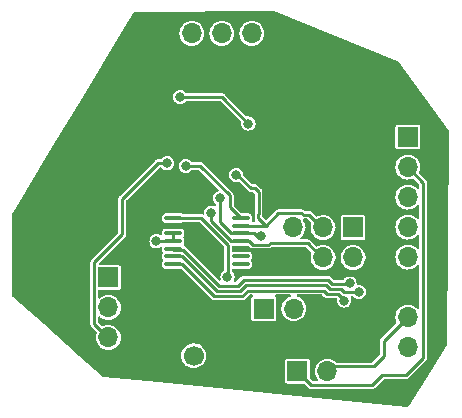
<source format=gbr>
%TF.GenerationSoftware,KiCad,Pcbnew,(6.0.7-1)-1*%
%TF.CreationDate,2023-01-08T16:55:42-05:00*%
%TF.ProjectId,atmega328,61746d65-6761-4333-9238-2e6b69636164,rev?*%
%TF.SameCoordinates,Original*%
%TF.FileFunction,Copper,L2,Bot*%
%TF.FilePolarity,Positive*%
%FSLAX46Y46*%
G04 Gerber Fmt 4.6, Leading zero omitted, Abs format (unit mm)*
G04 Created by KiCad (PCBNEW (6.0.7-1)-1) date 2023-01-08 16:55:42*
%MOMM*%
%LPD*%
G01*
G04 APERTURE LIST*
G04 Aperture macros list*
%AMRoundRect*
0 Rectangle with rounded corners*
0 $1 Rounding radius*
0 $2 $3 $4 $5 $6 $7 $8 $9 X,Y pos of 4 corners*
0 Add a 4 corners polygon primitive as box body*
4,1,4,$2,$3,$4,$5,$6,$7,$8,$9,$2,$3,0*
0 Add four circle primitives for the rounded corners*
1,1,$1+$1,$2,$3*
1,1,$1+$1,$4,$5*
1,1,$1+$1,$6,$7*
1,1,$1+$1,$8,$9*
0 Add four rect primitives between the rounded corners*
20,1,$1+$1,$2,$3,$4,$5,0*
20,1,$1+$1,$4,$5,$6,$7,0*
20,1,$1+$1,$6,$7,$8,$9,0*
20,1,$1+$1,$8,$9,$2,$3,0*%
G04 Aperture macros list end*
%TA.AperFunction,SMDPad,CuDef*%
%ADD10RoundRect,0.100000X0.637500X0.100000X-0.637500X0.100000X-0.637500X-0.100000X0.637500X-0.100000X0*%
%TD*%
%TA.AperFunction,ComponentPad*%
%ADD11R,1.700000X1.700000*%
%TD*%
%TA.AperFunction,ComponentPad*%
%ADD12O,1.700000X1.700000*%
%TD*%
%TA.AperFunction,ComponentPad*%
%ADD13C,1.700000*%
%TD*%
%TA.AperFunction,ViaPad*%
%ADD14C,0.800000*%
%TD*%
%TA.AperFunction,Conductor*%
%ADD15C,0.250000*%
%TD*%
G04 APERTURE END LIST*
D10*
%TO.P,U2,1,~{CS}*%
%TO.N,CS*%
X147725000Y-102625000D03*
%TO.P,U2,2,CLK*%
%TO.N,SCK*%
X147725000Y-103275000D03*
%TO.P,U2,3,MISO*%
%TO.N,MISO*%
X147725000Y-103925000D03*
%TO.P,U2,4,MOSI*%
%TO.N,MOSI*%
X147725000Y-104575000D03*
%TO.P,U2,5,TST*%
%TO.N,GND*%
X147725000Y-105225000D03*
%TO.P,U2,6,B*%
%TO.N,unconnected-(U2-Pad6)*%
X147725000Y-105875000D03*
%TO.P,U2,7,A*%
%TO.N,unconnected-(U2-Pad7)*%
X147725000Y-106525000D03*
%TO.P,U2,8,W/PWM*%
%TO.N,W*%
X142000000Y-106525000D03*
%TO.P,U2,9,V*%
%TO.N,V*%
X142000000Y-105875000D03*
%TO.P,U2,10,U*%
%TO.N,U*%
X142000000Y-105225000D03*
%TO.P,U2,11,VDD*%
%TO.N,+3V3*%
X142000000Y-104575000D03*
%TO.P,U2,12,VDD3V3*%
X142000000Y-103925000D03*
%TO.P,U2,13,GND*%
%TO.N,GND*%
X142000000Y-103275000D03*
%TO.P,U2,14,I/PWM*%
%TO.N,PWM*%
X142000000Y-102625000D03*
%TD*%
D11*
%TO.P,J1,1,Pin_1*%
%TO.N,GND*%
X141050000Y-87000000D03*
D12*
%TO.P,J1,2,Pin_2*%
%TO.N,TX*%
X143590000Y-87000000D03*
%TO.P,J1,3,Pin_3*%
%TO.N,RX*%
X146130000Y-87000000D03*
%TO.P,J1,4,Pin_4*%
%TO.N,+3V3*%
X148670000Y-87000000D03*
%TD*%
D11*
%TO.P,J5,1,Pin_1*%
%TO.N,Vcc*%
X161867860Y-95778570D03*
D12*
%TO.P,J5,2,Pin_2*%
%TO.N,TRM1*%
X161867860Y-98318570D03*
%TO.P,J5,3,Pin_3*%
%TO.N,U*%
X161867860Y-100858570D03*
%TO.P,J5,4,Pin_4*%
%TO.N,V*%
X161867860Y-103398570D03*
%TO.P,J5,5,Pin_5*%
%TO.N,W*%
X161867860Y-105938570D03*
%TO.P,J5,6,Pin_6*%
%TO.N,GND*%
X161867860Y-108478570D03*
%TO.P,J5,7,Pin_7*%
%TO.N,TRM2*%
X161867860Y-111018570D03*
%TO.P,J5,8,Pin_8*%
%TO.N,PWM*%
X161867860Y-113558570D03*
%TD*%
D13*
%TO.P,J2,1,Pin_1*%
%TO.N,+3V3*%
X143730000Y-114300000D03*
D12*
%TO.P,J2,2,Pin_2*%
%TO.N,GND*%
X146270000Y-114300000D03*
%TD*%
D11*
%TO.P,ISP1,1,Pin_1*%
%TO.N,MISO*%
X157235800Y-103434000D03*
D12*
%TO.P,ISP1,2,Pin_2*%
%TO.N,ISP_3V*%
X157235800Y-105974000D03*
%TO.P,ISP1,3,Pin_3*%
%TO.N,SCK*%
X154695800Y-103434000D03*
%TO.P,ISP1,4,Pin_4*%
%TO.N,MOSI*%
X154695800Y-105974000D03*
%TO.P,ISP1,5,Pin_5*%
%TO.N,RESET*%
X152155800Y-103434000D03*
%TO.P,ISP1,6,Pin_6*%
%TO.N,GND*%
X152155800Y-105974000D03*
%TD*%
D11*
%TO.P,J6,1,Pin_1*%
%TO.N,+3V3*%
X149675000Y-110300000D03*
D12*
%TO.P,J6,2,Pin_2*%
%TO.N,ISP_3V*%
X152215000Y-110300000D03*
%TD*%
D11*
%TO.P,J4,1,Pin_1*%
%TO.N,PD5*%
X136524400Y-107660000D03*
D12*
%TO.P,J4,2,Pin_2*%
%TO.N,PD6*%
X136524400Y-110200000D03*
%TO.P,J4,3,Pin_3*%
%TO.N,PD7*%
X136524400Y-112740000D03*
%TD*%
D11*
%TO.P,J3,1,Pin_1*%
%TO.N,TRM1*%
X152525000Y-115600000D03*
D12*
%TO.P,J3,2,Pin_2*%
%TO.N,TRM2*%
X155065000Y-115600000D03*
%TD*%
D14*
%TO.N,W*%
X156480000Y-109619500D03*
%TO.N,V*%
X157722390Y-108888586D03*
%TO.N,U*%
X156940000Y-108170000D03*
%TO.N,GND*%
X139640000Y-106610000D03*
X132300000Y-101100000D03*
X139800000Y-95700000D03*
X134800000Y-94900000D03*
X145540000Y-94930000D03*
X161440000Y-92660000D03*
X133800000Y-106700000D03*
X139800000Y-94100000D03*
X161500000Y-117100000D03*
X132375000Y-97325000D03*
X148590000Y-99090000D03*
X134900000Y-96500000D03*
X159830000Y-96120000D03*
%TO.N,+3V3*%
X140590000Y-104610000D03*
%TO.N,MISO*%
X149480000Y-104160500D03*
X145980000Y-100940000D03*
%TO.N,SCK*%
X147350000Y-98970000D03*
%TO.N,MOSI*%
X145240000Y-102170000D03*
%TO.N,RESET*%
X148370000Y-94630000D03*
X142610000Y-92390000D03*
%TO.N,PD7*%
X141500000Y-98000000D03*
%TO.N,PWM*%
X146600000Y-107600000D03*
%TO.N,CS*%
X143075000Y-98225000D03*
%TD*%
D15*
%TO.N,W*%
X142000000Y-106525000D02*
X142762208Y-106525000D01*
X154747208Y-108770000D02*
X155057208Y-109080000D01*
X142762208Y-106525000D02*
X145497208Y-109260000D01*
X155057208Y-109080000D02*
X156000000Y-109080000D01*
X145497208Y-109260000D02*
X147846396Y-109260000D01*
X148336396Y-108770000D02*
X154747208Y-108770000D01*
X147846396Y-109260000D02*
X148336396Y-108770000D01*
X156000000Y-109080000D02*
X156480000Y-109560000D01*
%TO.N,U*%
X156940000Y-108170000D02*
X156930000Y-108180000D01*
X156930000Y-108180000D02*
X155430000Y-108180000D01*
X142110000Y-105335000D02*
X142000000Y-105225000D01*
X155430000Y-108180000D02*
X155120000Y-107870000D01*
X155120000Y-107870000D02*
X147960000Y-107870000D01*
X147960000Y-107870000D02*
X147470000Y-108360000D01*
X147470000Y-108360000D02*
X145870000Y-108360000D01*
X145870000Y-108360000D02*
X142845000Y-105335000D01*
X142845000Y-105335000D02*
X142110000Y-105335000D01*
%TO.N,+3V3*%
X142000000Y-104575000D02*
X140625000Y-104575000D01*
X140625000Y-104575000D02*
X140590000Y-104610000D01*
X142000000Y-103925000D02*
X142000000Y-104575000D01*
%TO.N,V*%
X157715976Y-108895000D02*
X156455000Y-108895000D01*
X157722390Y-108888586D02*
X157715976Y-108895000D01*
X156455000Y-108895000D02*
X156190000Y-108630000D01*
X155243604Y-108630000D02*
X154933604Y-108320000D01*
X156190000Y-108630000D02*
X155243604Y-108630000D01*
X154933604Y-108320000D02*
X148150000Y-108320000D01*
X142748604Y-105875000D02*
X142000000Y-105875000D01*
X148150000Y-108320000D02*
X147660000Y-108810000D01*
X147660000Y-108810000D02*
X145683604Y-108810000D01*
X145683604Y-108810000D02*
X142748604Y-105875000D01*
%TO.N,PWM*%
X144342204Y-102625000D02*
X142000000Y-102625000D01*
%TO.N,MISO*%
X149480000Y-104160500D02*
X149060500Y-104160500D01*
X147712500Y-103930000D02*
X146920000Y-103930000D01*
X145980000Y-102990000D02*
X145980000Y-100940000D01*
X149060500Y-104160500D02*
X148825000Y-103925000D01*
X148825000Y-103925000D02*
X147725000Y-103925000D01*
X146920000Y-103930000D02*
X145980000Y-102990000D01*
%TO.N,SCK*%
X147444700Y-98970000D02*
X147350000Y-98970000D01*
X149230000Y-100410000D02*
X148900000Y-100080000D01*
X147725000Y-103275000D02*
X149863560Y-103275000D01*
X148554700Y-100080000D02*
X147444700Y-98970000D01*
X149850000Y-103275000D02*
X149225000Y-102650000D01*
X149230000Y-102295000D02*
X149230000Y-100410000D01*
X149863560Y-103275000D02*
X149850000Y-103275000D01*
X153514280Y-102344280D02*
X152994280Y-102344280D01*
X148900000Y-100080000D02*
X148554700Y-100080000D01*
X152875000Y-102225000D02*
X150913560Y-102225000D01*
X149225000Y-102650000D02*
X149225000Y-102300000D01*
X149863560Y-103275000D02*
X150913560Y-102225000D01*
X152994280Y-102344280D02*
X152875000Y-102225000D01*
X149225000Y-102300000D02*
X149230000Y-102295000D01*
X154690000Y-103520000D02*
X153514280Y-102344280D01*
%TO.N,MOSI*%
X153405000Y-104775000D02*
X154690000Y-106060000D01*
X150089500Y-104885500D02*
X148724041Y-104885500D01*
X150200000Y-104775000D02*
X150089500Y-104885500D01*
X146933600Y-104580000D02*
X145240000Y-102886400D01*
X147712500Y-104580000D02*
X146933600Y-104580000D01*
X145240000Y-102886400D02*
X145240000Y-102170000D01*
X148724041Y-104885500D02*
X148413541Y-104575000D01*
X153405000Y-104775000D02*
X150200000Y-104775000D01*
X147725000Y-104575000D02*
X148413541Y-104575000D01*
%TO.N,RESET*%
X148370000Y-94630000D02*
X146140000Y-92400000D01*
X146140000Y-92400000D02*
X142620000Y-92400000D01*
X142620000Y-92400000D02*
X142610000Y-92390000D01*
%TO.N,TRM1*%
X158850000Y-116775000D02*
X159675000Y-115950000D01*
X153700000Y-116775000D02*
X158850000Y-116775000D01*
X152525000Y-115600000D02*
X153700000Y-116775000D01*
X159675000Y-115950000D02*
X161678571Y-115950000D01*
X163175000Y-114453571D02*
X163175000Y-99625710D01*
X161678571Y-115950000D02*
X163175000Y-114453571D01*
X163175000Y-99625710D02*
X161867860Y-98318570D01*
%TO.N,TRM2*%
X158975000Y-115200000D02*
X155465000Y-115200000D01*
X155465000Y-115200000D02*
X155065000Y-115600000D01*
X159850000Y-114325000D02*
X158975000Y-115200000D01*
X161867860Y-111018570D02*
X159850000Y-113036430D01*
X159850000Y-113036430D02*
X159850000Y-114325000D01*
%TO.N,PD7*%
X137700000Y-101000000D02*
X140700000Y-98000000D01*
X137700000Y-104000000D02*
X137700000Y-101000000D01*
X140700000Y-98000000D02*
X141500000Y-98000000D01*
X135325000Y-111605000D02*
X135325000Y-106375000D01*
X135325000Y-106375000D02*
X137700000Y-104000000D01*
X136500000Y-112780000D02*
X135325000Y-111605000D01*
%TO.N,PWM*%
X146650000Y-104932796D02*
X146650000Y-107600000D01*
X144342204Y-102625000D02*
X146650000Y-104932796D01*
%TO.N,CS*%
X146800000Y-101700000D02*
X146800000Y-100725000D01*
X146800000Y-100725000D02*
X144300000Y-98225000D01*
X147725000Y-102625000D02*
X146800000Y-101700000D01*
X144300000Y-98225000D02*
X143075000Y-98225000D01*
%TD*%
%TA.AperFunction,Conductor*%
%TO.N,GND*%
G36*
X150518168Y-85107413D02*
G01*
X160996338Y-89338981D01*
X161038990Y-89372084D01*
X165380459Y-95269071D01*
X165399730Y-95328794D01*
X165213065Y-113262675D01*
X165212483Y-113318599D01*
X165197233Y-113370368D01*
X163813416Y-115565194D01*
X161932548Y-118548376D01*
X161885519Y-118587516D01*
X161839255Y-118594114D01*
X139915135Y-116469748D01*
X151474500Y-116469748D01*
X151486133Y-116528231D01*
X151530448Y-116594552D01*
X151596769Y-116638867D01*
X151606332Y-116640769D01*
X151606334Y-116640770D01*
X151629005Y-116645279D01*
X151655252Y-116650500D01*
X153074166Y-116650500D01*
X153132357Y-116669407D01*
X153144170Y-116679496D01*
X153456731Y-116992057D01*
X153462565Y-116998424D01*
X153487545Y-117028194D01*
X153521205Y-117047627D01*
X153528489Y-117052268D01*
X153560316Y-117074554D01*
X153568684Y-117076796D01*
X153573971Y-117079262D01*
X153579456Y-117081258D01*
X153586955Y-117085588D01*
X153595481Y-117087091D01*
X153595483Y-117087092D01*
X153625216Y-117092334D01*
X153633650Y-117094204D01*
X153671193Y-117104264D01*
X153679822Y-117103509D01*
X153709905Y-117100877D01*
X153718534Y-117100500D01*
X158831466Y-117100500D01*
X158840095Y-117100877D01*
X158878807Y-117104264D01*
X158916350Y-117094204D01*
X158924784Y-117092334D01*
X158954517Y-117087092D01*
X158954519Y-117087091D01*
X158963045Y-117085588D01*
X158970544Y-117081258D01*
X158976029Y-117079262D01*
X158981316Y-117076796D01*
X158989684Y-117074554D01*
X159021511Y-117052268D01*
X159028795Y-117047627D01*
X159062455Y-117028194D01*
X159087430Y-116998430D01*
X159093264Y-116992062D01*
X159780831Y-116304496D01*
X159835348Y-116276719D01*
X159850835Y-116275500D01*
X161660037Y-116275500D01*
X161668666Y-116275877D01*
X161707378Y-116279264D01*
X161716876Y-116276719D01*
X161744920Y-116269204D01*
X161753355Y-116267334D01*
X161783088Y-116262092D01*
X161783090Y-116262091D01*
X161791616Y-116260588D01*
X161799115Y-116256258D01*
X161804600Y-116254262D01*
X161809887Y-116251796D01*
X161818255Y-116249554D01*
X161850082Y-116227268D01*
X161857366Y-116222627D01*
X161863354Y-116219170D01*
X161891026Y-116203194D01*
X161916002Y-116173429D01*
X161921836Y-116167061D01*
X163392069Y-114696829D01*
X163398424Y-114691006D01*
X163428194Y-114666026D01*
X163447636Y-114632352D01*
X163452261Y-114625093D01*
X163453363Y-114623520D01*
X163474554Y-114593255D01*
X163476795Y-114584893D01*
X163479258Y-114579611D01*
X163481257Y-114574117D01*
X163485588Y-114566616D01*
X163492337Y-114528342D01*
X163494206Y-114519915D01*
X163502022Y-114490744D01*
X163502022Y-114490741D01*
X163504263Y-114482378D01*
X163500877Y-114443674D01*
X163500500Y-114435046D01*
X163500500Y-99644236D01*
X163500877Y-99635608D01*
X163503508Y-99605530D01*
X163504263Y-99596903D01*
X163502022Y-99588540D01*
X163502022Y-99588537D01*
X163494206Y-99559366D01*
X163492337Y-99550938D01*
X163487092Y-99521195D01*
X163485588Y-99512665D01*
X163481257Y-99505162D01*
X163479258Y-99499671D01*
X163476796Y-99494391D01*
X163474554Y-99486026D01*
X163452268Y-99454199D01*
X163447627Y-99446915D01*
X163432523Y-99420754D01*
X163428194Y-99413255D01*
X163398429Y-99388279D01*
X163392061Y-99382445D01*
X162856783Y-98847167D01*
X162829006Y-98792650D01*
X162832848Y-98745914D01*
X162832958Y-98745585D01*
X162889953Y-98574251D01*
X162895684Y-98557024D01*
X162895684Y-98557022D01*
X162897211Y-98552433D01*
X162900422Y-98527019D01*
X162918771Y-98381762D01*
X162923031Y-98348044D01*
X162923443Y-98318570D01*
X162921313Y-98296846D01*
X162903812Y-98118350D01*
X162903811Y-98118346D01*
X162903340Y-98113540D01*
X162889663Y-98068238D01*
X162847368Y-97928154D01*
X162843795Y-97916319D01*
X162747078Y-97734419D01*
X162616871Y-97574770D01*
X162600650Y-97561351D01*
X162461862Y-97446535D01*
X162461860Y-97446534D01*
X162458135Y-97443452D01*
X162276915Y-97345467D01*
X162213715Y-97325903D01*
X162084735Y-97285977D01*
X162084731Y-97285976D01*
X162080114Y-97284547D01*
X162075306Y-97284042D01*
X162075303Y-97284041D01*
X161880045Y-97263519D01*
X161880043Y-97263519D01*
X161875229Y-97263013D01*
X161815214Y-97268475D01*
X161674882Y-97281245D01*
X161674877Y-97281246D01*
X161670063Y-97281684D01*
X161472432Y-97339850D01*
X161468148Y-97342089D01*
X161468147Y-97342090D01*
X161457288Y-97347767D01*
X161289862Y-97435296D01*
X161286091Y-97438328D01*
X161133080Y-97561351D01*
X161133077Y-97561353D01*
X161129307Y-97564385D01*
X161126193Y-97568096D01*
X161126192Y-97568097D01*
X161012866Y-97703154D01*
X160996884Y-97722200D01*
X160994549Y-97726448D01*
X160994548Y-97726449D01*
X160987815Y-97738696D01*
X160897636Y-97902732D01*
X160896173Y-97907345D01*
X160896171Y-97907349D01*
X160873620Y-97978440D01*
X160835344Y-98099102D01*
X160834804Y-98103914D01*
X160834804Y-98103915D01*
X160813164Y-98296846D01*
X160812380Y-98303832D01*
X160817452Y-98364233D01*
X160823163Y-98432236D01*
X160829619Y-98509123D01*
X160830952Y-98513771D01*
X160830952Y-98513772D01*
X160873459Y-98662010D01*
X160886404Y-98707156D01*
X160980572Y-98890388D01*
X161108537Y-99051840D01*
X161265424Y-99185361D01*
X161269647Y-99187721D01*
X161269651Y-99187724D01*
X161386562Y-99253063D01*
X161445258Y-99285867D01*
X161449856Y-99287361D01*
X161636584Y-99348033D01*
X161636586Y-99348034D01*
X161641189Y-99349529D01*
X161845754Y-99373921D01*
X161850576Y-99373550D01*
X161850579Y-99373550D01*
X161918401Y-99368331D01*
X162051160Y-99358116D01*
X162249585Y-99302715D01*
X162280024Y-99287339D01*
X162340489Y-99277978D01*
X162394665Y-99305701D01*
X162820504Y-99731540D01*
X162848281Y-99786057D01*
X162849500Y-99801544D01*
X162849500Y-100121977D01*
X162830593Y-100180168D01*
X162781093Y-100216132D01*
X162719907Y-100216132D01*
X162673781Y-100184548D01*
X162619931Y-100118522D01*
X162616871Y-100114770D01*
X162458135Y-99983452D01*
X162276915Y-99885467D01*
X162194279Y-99859887D01*
X162084735Y-99825977D01*
X162084731Y-99825976D01*
X162080114Y-99824547D01*
X162075306Y-99824042D01*
X162075303Y-99824041D01*
X161880045Y-99803519D01*
X161880043Y-99803519D01*
X161875229Y-99803013D01*
X161815214Y-99808475D01*
X161674882Y-99821245D01*
X161674877Y-99821246D01*
X161670063Y-99821684D01*
X161472432Y-99879850D01*
X161468148Y-99882089D01*
X161468147Y-99882090D01*
X161457288Y-99887767D01*
X161289862Y-99975296D01*
X161286091Y-99978328D01*
X161133080Y-100101351D01*
X161133077Y-100101353D01*
X161129307Y-100104385D01*
X161126193Y-100108096D01*
X161126192Y-100108097D01*
X161042942Y-100207311D01*
X160996884Y-100262200D01*
X160994549Y-100266448D01*
X160994548Y-100266449D01*
X160984914Y-100283973D01*
X160897636Y-100442732D01*
X160896173Y-100447345D01*
X160896171Y-100447349D01*
X160842273Y-100617259D01*
X160835344Y-100639102D01*
X160834804Y-100643914D01*
X160834804Y-100643915D01*
X160818455Y-100789674D01*
X160812380Y-100843832D01*
X160813764Y-100860316D01*
X160826688Y-101014214D01*
X160829619Y-101049123D01*
X160830952Y-101053771D01*
X160830952Y-101053772D01*
X160883448Y-101236846D01*
X160886404Y-101247156D01*
X160980572Y-101430388D01*
X161108537Y-101591840D01*
X161112217Y-101594972D01*
X161112219Y-101594974D01*
X161218923Y-101685786D01*
X161265424Y-101725361D01*
X161269647Y-101727721D01*
X161269651Y-101727724D01*
X161346235Y-101770525D01*
X161445258Y-101825867D01*
X161449856Y-101827361D01*
X161636584Y-101888033D01*
X161636586Y-101888034D01*
X161641189Y-101889529D01*
X161845754Y-101913921D01*
X161850576Y-101913550D01*
X161850579Y-101913550D01*
X161918401Y-101908331D01*
X162051160Y-101898116D01*
X162249585Y-101842715D01*
X162253898Y-101840536D01*
X162253904Y-101840534D01*
X162429149Y-101752011D01*
X162429151Y-101752010D01*
X162433470Y-101749828D01*
X162437287Y-101746846D01*
X162591995Y-101625976D01*
X162591999Y-101625972D01*
X162595811Y-101622994D01*
X162614156Y-101601742D01*
X162675557Y-101530607D01*
X162727893Y-101498911D01*
X162788864Y-101504030D01*
X162835181Y-101544010D01*
X162849500Y-101595295D01*
X162849500Y-102661977D01*
X162830593Y-102720168D01*
X162781093Y-102756132D01*
X162719907Y-102756132D01*
X162673781Y-102724548D01*
X162631195Y-102672333D01*
X162616871Y-102654770D01*
X162604318Y-102644385D01*
X162461862Y-102526535D01*
X162461860Y-102526534D01*
X162458135Y-102523452D01*
X162317415Y-102447365D01*
X162281169Y-102427767D01*
X162281168Y-102427767D01*
X162276915Y-102425467D01*
X162194570Y-102399977D01*
X162084735Y-102365977D01*
X162084731Y-102365976D01*
X162080114Y-102364547D01*
X162075306Y-102364042D01*
X162075303Y-102364041D01*
X161880045Y-102343519D01*
X161880043Y-102343519D01*
X161875229Y-102343013D01*
X161815214Y-102348475D01*
X161674882Y-102361245D01*
X161674877Y-102361246D01*
X161670063Y-102361684D01*
X161472432Y-102419850D01*
X161468148Y-102422089D01*
X161468147Y-102422090D01*
X161407278Y-102453912D01*
X161289862Y-102515296D01*
X161286091Y-102518328D01*
X161133080Y-102641351D01*
X161133077Y-102641353D01*
X161129307Y-102644385D01*
X161126193Y-102648096D01*
X161126192Y-102648097D01*
X161002216Y-102795846D01*
X160996884Y-102802200D01*
X160994549Y-102806448D01*
X160994548Y-102806449D01*
X160986299Y-102821454D01*
X160897636Y-102982732D01*
X160896173Y-102987345D01*
X160896171Y-102987349D01*
X160884069Y-103025500D01*
X160835344Y-103179102D01*
X160834804Y-103183914D01*
X160834804Y-103183915D01*
X160817670Y-103336674D01*
X160812380Y-103383832D01*
X160815355Y-103419262D01*
X160828791Y-103579260D01*
X160829619Y-103589123D01*
X160830952Y-103593771D01*
X160830952Y-103593772D01*
X160884454Y-103780354D01*
X160886404Y-103787156D01*
X160980572Y-103970388D01*
X161108537Y-104131840D01*
X161112217Y-104134972D01*
X161112219Y-104134974D01*
X161209801Y-104218022D01*
X161265424Y-104265361D01*
X161269647Y-104267721D01*
X161269651Y-104267724D01*
X161363022Y-104319907D01*
X161445258Y-104365867D01*
X161449856Y-104367361D01*
X161636584Y-104428033D01*
X161636586Y-104428034D01*
X161641189Y-104429529D01*
X161845754Y-104453921D01*
X161850576Y-104453550D01*
X161850579Y-104453550D01*
X161922991Y-104447978D01*
X162051160Y-104438116D01*
X162249585Y-104382715D01*
X162253898Y-104380536D01*
X162253904Y-104380534D01*
X162429149Y-104292011D01*
X162429151Y-104292010D01*
X162433470Y-104289828D01*
X162487773Y-104247402D01*
X162591995Y-104165976D01*
X162591999Y-104165972D01*
X162595811Y-104162994D01*
X162603518Y-104154066D01*
X162675557Y-104070607D01*
X162727893Y-104038911D01*
X162788864Y-104044030D01*
X162835181Y-104084010D01*
X162849500Y-104135295D01*
X162849500Y-105201977D01*
X162830593Y-105260168D01*
X162781093Y-105296132D01*
X162719907Y-105296132D01*
X162673781Y-105264548D01*
X162619931Y-105198522D01*
X162616871Y-105194770D01*
X162608805Y-105188097D01*
X162461862Y-105066535D01*
X162461860Y-105066534D01*
X162458135Y-105063452D01*
X162317202Y-104987250D01*
X162281169Y-104967767D01*
X162281168Y-104967767D01*
X162276915Y-104965467D01*
X162194570Y-104939977D01*
X162084735Y-104905977D01*
X162084731Y-104905976D01*
X162080114Y-104904547D01*
X162075306Y-104904042D01*
X162075303Y-104904041D01*
X161880045Y-104883519D01*
X161880043Y-104883519D01*
X161875229Y-104883013D01*
X161815214Y-104888475D01*
X161674882Y-104901245D01*
X161674877Y-104901246D01*
X161670063Y-104901684D01*
X161472432Y-104959850D01*
X161468148Y-104962089D01*
X161468147Y-104962090D01*
X161433229Y-104980345D01*
X161289862Y-105055296D01*
X161282580Y-105061151D01*
X161133080Y-105181351D01*
X161133077Y-105181353D01*
X161129307Y-105184385D01*
X161126193Y-105188096D01*
X161126192Y-105188097D01*
X161090864Y-105230200D01*
X160996884Y-105342200D01*
X160994549Y-105346448D01*
X160994548Y-105346449D01*
X160983406Y-105366716D01*
X160897636Y-105522732D01*
X160896173Y-105527345D01*
X160896171Y-105527349D01*
X160869748Y-105610646D01*
X160835344Y-105719102D01*
X160834804Y-105723914D01*
X160834804Y-105723915D01*
X160817993Y-105873795D01*
X160812380Y-105923832D01*
X160829619Y-106129123D01*
X160830952Y-106133771D01*
X160830952Y-106133772D01*
X160881098Y-106308651D01*
X160886404Y-106327156D01*
X160980572Y-106510388D01*
X161108537Y-106671840D01*
X161112217Y-106674972D01*
X161112219Y-106674974D01*
X161169425Y-106723660D01*
X161265424Y-106805361D01*
X161269647Y-106807721D01*
X161269651Y-106807724D01*
X161328818Y-106840791D01*
X161445258Y-106905867D01*
X161449856Y-106907361D01*
X161636584Y-106968033D01*
X161636586Y-106968034D01*
X161641189Y-106969529D01*
X161845754Y-106993921D01*
X161850576Y-106993550D01*
X161850579Y-106993550D01*
X161918401Y-106988331D01*
X162051160Y-106978116D01*
X162249585Y-106922715D01*
X162253898Y-106920536D01*
X162253904Y-106920534D01*
X162429149Y-106832011D01*
X162429151Y-106832010D01*
X162433470Y-106829828D01*
X162464787Y-106805361D01*
X162591995Y-106705976D01*
X162591999Y-106705972D01*
X162595811Y-106702994D01*
X162608812Y-106687933D01*
X162675557Y-106610607D01*
X162727893Y-106578911D01*
X162788864Y-106584030D01*
X162835181Y-106624010D01*
X162849500Y-106675295D01*
X162849500Y-110281977D01*
X162830593Y-110340168D01*
X162781093Y-110376132D01*
X162719907Y-110376132D01*
X162673781Y-110344548D01*
X162619931Y-110278522D01*
X162616871Y-110274770D01*
X162558763Y-110226699D01*
X162461862Y-110146535D01*
X162461860Y-110146534D01*
X162458135Y-110143452D01*
X162317019Y-110067151D01*
X162281169Y-110047767D01*
X162281168Y-110047767D01*
X162276915Y-110045467D01*
X162213715Y-110025903D01*
X162084735Y-109985977D01*
X162084731Y-109985976D01*
X162080114Y-109984547D01*
X162075306Y-109984042D01*
X162075303Y-109984041D01*
X161880045Y-109963519D01*
X161880043Y-109963519D01*
X161875229Y-109963013D01*
X161815214Y-109968475D01*
X161674882Y-109981245D01*
X161674877Y-109981246D01*
X161670063Y-109981684D01*
X161472432Y-110039850D01*
X161468148Y-110042089D01*
X161468147Y-110042090D01*
X161449696Y-110051736D01*
X161289862Y-110135296D01*
X161286091Y-110138328D01*
X161133080Y-110261351D01*
X161133077Y-110261353D01*
X161129307Y-110264385D01*
X161126193Y-110268096D01*
X161126192Y-110268097D01*
X161072380Y-110332228D01*
X160996884Y-110422200D01*
X160994549Y-110426448D01*
X160994548Y-110426449D01*
X160987948Y-110438454D01*
X160897636Y-110602732D01*
X160896173Y-110607345D01*
X160896171Y-110607349D01*
X160869034Y-110692896D01*
X160835344Y-110799102D01*
X160834804Y-110803914D01*
X160834804Y-110803915D01*
X160815657Y-110974621D01*
X160812380Y-111003832D01*
X160812785Y-111008652D01*
X160827631Y-111185446D01*
X160829619Y-111209123D01*
X160886404Y-111407156D01*
X160888618Y-111411464D01*
X160898400Y-111430498D01*
X160908181Y-111490897D01*
X160880351Y-111545753D01*
X159632943Y-112793161D01*
X159626576Y-112798995D01*
X159596806Y-112823975D01*
X159592477Y-112831474D01*
X159577373Y-112857635D01*
X159572732Y-112864919D01*
X159550446Y-112896746D01*
X159548204Y-112905114D01*
X159545738Y-112910401D01*
X159543742Y-112915886D01*
X159539412Y-112923385D01*
X159537909Y-112931911D01*
X159537908Y-112931913D01*
X159532666Y-112961646D01*
X159530796Y-112970080D01*
X159520736Y-113007623D01*
X159521491Y-113016252D01*
X159524123Y-113046335D01*
X159524500Y-113054964D01*
X159524500Y-114149166D01*
X159505593Y-114207357D01*
X159495504Y-114219170D01*
X158869170Y-114845504D01*
X158814653Y-114873281D01*
X158799166Y-114874500D01*
X155871774Y-114874500D01*
X155813583Y-114855593D01*
X155808669Y-114851781D01*
X155805945Y-114849527D01*
X155655275Y-114724882D01*
X155474055Y-114626897D01*
X155388292Y-114600349D01*
X155281875Y-114567407D01*
X155281871Y-114567406D01*
X155277254Y-114565977D01*
X155272446Y-114565472D01*
X155272443Y-114565471D01*
X155077185Y-114544949D01*
X155077183Y-114544949D01*
X155072369Y-114544443D01*
X155016800Y-114549500D01*
X154872022Y-114562675D01*
X154872017Y-114562676D01*
X154867203Y-114563114D01*
X154669572Y-114621280D01*
X154665288Y-114623519D01*
X154665287Y-114623520D01*
X154598329Y-114658525D01*
X154487002Y-114716726D01*
X154483231Y-114719758D01*
X154330220Y-114842781D01*
X154330217Y-114842783D01*
X154326447Y-114845815D01*
X154323333Y-114849526D01*
X154323332Y-114849527D01*
X154277406Y-114904260D01*
X154194024Y-115003630D01*
X154094776Y-115184162D01*
X154093313Y-115188775D01*
X154093311Y-115188779D01*
X154062647Y-115285446D01*
X154032484Y-115380532D01*
X154031944Y-115385344D01*
X154031944Y-115385345D01*
X154016053Y-115527022D01*
X154009520Y-115585262D01*
X154013941Y-115637908D01*
X154023970Y-115757335D01*
X154026759Y-115790553D01*
X154083544Y-115988586D01*
X154177712Y-116171818D01*
X154262873Y-116279264D01*
X154270594Y-116289006D01*
X154291921Y-116346354D01*
X154275467Y-116405286D01*
X154227517Y-116443291D01*
X154193008Y-116449500D01*
X153875834Y-116449500D01*
X153817643Y-116430593D01*
X153805830Y-116420504D01*
X153604496Y-116219170D01*
X153576719Y-116164653D01*
X153575500Y-116149166D01*
X153575500Y-114730252D01*
X153568245Y-114693780D01*
X153565770Y-114681334D01*
X153565769Y-114681332D01*
X153563867Y-114671769D01*
X153519552Y-114605448D01*
X153453231Y-114561133D01*
X153443668Y-114559231D01*
X153443666Y-114559230D01*
X153420995Y-114554721D01*
X153394748Y-114549500D01*
X151655252Y-114549500D01*
X151629005Y-114554721D01*
X151606334Y-114559230D01*
X151606332Y-114559231D01*
X151596769Y-114561133D01*
X151530448Y-114605448D01*
X151486133Y-114671769D01*
X151484231Y-114681332D01*
X151484230Y-114681334D01*
X151481755Y-114693780D01*
X151474500Y-114730252D01*
X151474500Y-116469748D01*
X139915135Y-116469748D01*
X136131936Y-116103170D01*
X136075952Y-116078838D01*
X134044991Y-114285262D01*
X142674520Y-114285262D01*
X142678000Y-114326699D01*
X142691073Y-114482378D01*
X142691759Y-114490553D01*
X142693092Y-114495201D01*
X142693092Y-114495202D01*
X142746465Y-114681334D01*
X142748544Y-114688586D01*
X142842712Y-114871818D01*
X142970677Y-115033270D01*
X142974357Y-115036402D01*
X142974359Y-115036404D01*
X143087017Y-115132283D01*
X143127564Y-115166791D01*
X143131787Y-115169151D01*
X143131791Y-115169154D01*
X143171342Y-115191258D01*
X143307398Y-115267297D01*
X143311996Y-115268791D01*
X143498724Y-115329463D01*
X143498726Y-115329464D01*
X143503329Y-115330959D01*
X143707894Y-115355351D01*
X143712716Y-115354980D01*
X143712719Y-115354980D01*
X143780541Y-115349761D01*
X143913300Y-115339546D01*
X144111725Y-115284145D01*
X144116038Y-115281966D01*
X144116044Y-115281964D01*
X144291289Y-115193441D01*
X144291291Y-115193440D01*
X144295610Y-115191258D01*
X144304693Y-115184162D01*
X144454135Y-115067406D01*
X144454139Y-115067402D01*
X144457951Y-115064424D01*
X144592564Y-114908472D01*
X144611863Y-114874500D01*
X144691934Y-114733550D01*
X144691935Y-114733547D01*
X144694323Y-114729344D01*
X144698521Y-114716726D01*
X144757824Y-114538454D01*
X144757824Y-114538452D01*
X144759351Y-114533863D01*
X144760049Y-114528343D01*
X144784823Y-114332228D01*
X144785171Y-114329474D01*
X144785583Y-114300000D01*
X144777658Y-114219170D01*
X144765952Y-114099780D01*
X144765951Y-114099776D01*
X144765480Y-114094970D01*
X144705935Y-113897749D01*
X144609218Y-113715849D01*
X144479011Y-113556200D01*
X144416425Y-113504424D01*
X144324002Y-113427965D01*
X144324000Y-113427964D01*
X144320275Y-113424882D01*
X144161628Y-113339102D01*
X144143309Y-113329197D01*
X144143308Y-113329197D01*
X144139055Y-113326897D01*
X144075855Y-113307333D01*
X143946875Y-113267407D01*
X143946871Y-113267406D01*
X143942254Y-113265977D01*
X143937446Y-113265472D01*
X143937443Y-113265471D01*
X143742185Y-113244949D01*
X143742183Y-113244949D01*
X143737369Y-113244443D01*
X143677354Y-113249905D01*
X143537022Y-113262675D01*
X143537017Y-113262676D01*
X143532203Y-113263114D01*
X143334572Y-113321280D01*
X143330288Y-113323519D01*
X143330287Y-113323520D01*
X143262528Y-113358944D01*
X143152002Y-113416726D01*
X143148231Y-113419758D01*
X142995220Y-113542781D01*
X142995217Y-113542783D01*
X142991447Y-113545815D01*
X142988333Y-113549526D01*
X142988332Y-113549527D01*
X142919752Y-113631258D01*
X142859024Y-113703630D01*
X142856689Y-113707878D01*
X142856688Y-113707879D01*
X142849955Y-113720126D01*
X142759776Y-113884162D01*
X142697484Y-114080532D01*
X142696944Y-114085344D01*
X142696944Y-114085345D01*
X142689786Y-114149166D01*
X142674520Y-114285262D01*
X134044991Y-114285262D01*
X131042608Y-111633807D01*
X134995736Y-111633807D01*
X134997978Y-111642174D01*
X135005796Y-111671349D01*
X135007666Y-111679783D01*
X135014412Y-111718045D01*
X135018742Y-111725544D01*
X135020738Y-111731029D01*
X135023204Y-111736316D01*
X135025446Y-111744684D01*
X135040000Y-111765468D01*
X135047732Y-111776511D01*
X135052371Y-111783792D01*
X135071806Y-111817455D01*
X135081519Y-111825605D01*
X135101571Y-111842431D01*
X135107939Y-111848265D01*
X135518756Y-112259082D01*
X135546533Y-112313599D01*
X135543118Y-112359020D01*
X135491884Y-112520532D01*
X135491344Y-112525344D01*
X135491344Y-112525345D01*
X135473610Y-112683452D01*
X135468920Y-112725262D01*
X135469325Y-112730082D01*
X135484500Y-112910793D01*
X135486159Y-112930553D01*
X135487492Y-112935201D01*
X135487492Y-112935202D01*
X135520595Y-113050644D01*
X135542944Y-113128586D01*
X135637112Y-113311818D01*
X135765077Y-113473270D01*
X135768757Y-113476402D01*
X135768759Y-113476404D01*
X135842338Y-113539024D01*
X135921964Y-113606791D01*
X135926187Y-113609151D01*
X135926191Y-113609154D01*
X135965742Y-113631258D01*
X136101798Y-113707297D01*
X136106396Y-113708791D01*
X136293124Y-113769463D01*
X136293126Y-113769464D01*
X136297729Y-113770959D01*
X136502294Y-113795351D01*
X136507116Y-113794980D01*
X136507119Y-113794980D01*
X136574941Y-113789761D01*
X136707700Y-113779546D01*
X136906125Y-113724145D01*
X136910438Y-113721966D01*
X136910444Y-113721964D01*
X137085689Y-113633441D01*
X137085691Y-113633440D01*
X137090010Y-113631258D01*
X137125343Y-113603653D01*
X137248535Y-113507406D01*
X137248539Y-113507402D01*
X137252351Y-113504424D01*
X137386964Y-113348472D01*
X137397914Y-113329197D01*
X137486334Y-113173550D01*
X137486335Y-113173547D01*
X137488723Y-113169344D01*
X137498989Y-113138485D01*
X137552224Y-112978454D01*
X137552224Y-112978452D01*
X137553751Y-112973863D01*
X137554757Y-112965905D01*
X137579223Y-112772228D01*
X137579571Y-112769474D01*
X137579983Y-112740000D01*
X137565057Y-112587767D01*
X137560352Y-112539780D01*
X137560351Y-112539776D01*
X137559880Y-112534970D01*
X137556581Y-112524041D01*
X137501733Y-112342380D01*
X137500335Y-112337749D01*
X137403618Y-112155849D01*
X137273411Y-111996200D01*
X137269682Y-111993115D01*
X137118402Y-111867965D01*
X137118400Y-111867964D01*
X137114675Y-111864882D01*
X136963226Y-111782994D01*
X136937709Y-111769197D01*
X136937708Y-111769197D01*
X136933455Y-111766897D01*
X136861696Y-111744684D01*
X136741275Y-111707407D01*
X136741271Y-111707406D01*
X136736654Y-111705977D01*
X136731846Y-111705472D01*
X136731843Y-111705471D01*
X136536585Y-111684949D01*
X136536583Y-111684949D01*
X136531769Y-111684443D01*
X136471754Y-111689905D01*
X136331422Y-111702675D01*
X136331417Y-111702676D01*
X136326603Y-111703114D01*
X136128972Y-111761280D01*
X136124688Y-111763519D01*
X136124687Y-111763520D01*
X136070379Y-111791912D01*
X136010050Y-111802116D01*
X135954508Y-111774182D01*
X135679496Y-111499170D01*
X135651719Y-111444653D01*
X135650500Y-111429166D01*
X135650500Y-111050013D01*
X135669407Y-110991822D01*
X135718907Y-110955858D01*
X135780093Y-110955858D01*
X135813664Y-110974621D01*
X135918276Y-111063653D01*
X135918281Y-111063656D01*
X135921964Y-111066791D01*
X135926187Y-111069151D01*
X135926191Y-111069154D01*
X135965742Y-111091258D01*
X136101798Y-111167297D01*
X136106396Y-111168791D01*
X136293124Y-111229463D01*
X136293126Y-111229464D01*
X136297729Y-111230959D01*
X136502294Y-111255351D01*
X136507116Y-111254980D01*
X136507119Y-111254980D01*
X136574941Y-111249761D01*
X136707700Y-111239546D01*
X136906125Y-111184145D01*
X136910438Y-111181966D01*
X136910444Y-111181964D01*
X137085689Y-111093441D01*
X137085691Y-111093440D01*
X137090010Y-111091258D01*
X137118302Y-111069154D01*
X137248535Y-110967406D01*
X137248539Y-110967402D01*
X137252351Y-110964424D01*
X137386964Y-110808472D01*
X137434522Y-110724755D01*
X137486334Y-110633550D01*
X137486335Y-110633547D01*
X137488723Y-110629344D01*
X137498989Y-110598485D01*
X137552224Y-110438454D01*
X137552224Y-110438452D01*
X137553751Y-110433863D01*
X137555225Y-110422200D01*
X137579223Y-110232228D01*
X137579571Y-110229474D01*
X137579983Y-110200000D01*
X137574741Y-110146535D01*
X137560352Y-109999780D01*
X137560351Y-109999776D01*
X137559880Y-109994970D01*
X137556581Y-109984041D01*
X137501733Y-109802380D01*
X137500335Y-109797749D01*
X137403618Y-109615849D01*
X137273411Y-109456200D01*
X137216563Y-109409171D01*
X137118402Y-109327965D01*
X137118400Y-109327964D01*
X137114675Y-109324882D01*
X136983217Y-109253803D01*
X136937709Y-109229197D01*
X136937708Y-109229197D01*
X136933455Y-109226897D01*
X136818870Y-109191427D01*
X136741275Y-109167407D01*
X136741271Y-109167406D01*
X136736654Y-109165977D01*
X136731846Y-109165472D01*
X136731843Y-109165471D01*
X136536585Y-109144949D01*
X136536583Y-109144949D01*
X136531769Y-109144443D01*
X136471754Y-109149905D01*
X136331422Y-109162675D01*
X136331417Y-109162676D01*
X136326603Y-109163114D01*
X136128972Y-109221280D01*
X136124688Y-109223519D01*
X136124687Y-109223520D01*
X136066762Y-109253803D01*
X135946402Y-109316726D01*
X135942631Y-109319758D01*
X135811534Y-109425162D01*
X135754336Y-109446889D01*
X135695291Y-109430847D01*
X135656952Y-109383162D01*
X135650500Y-109348007D01*
X135650500Y-108809500D01*
X135669407Y-108751309D01*
X135718907Y-108715345D01*
X135749500Y-108710500D01*
X137394148Y-108710500D01*
X137420395Y-108705279D01*
X137443066Y-108700770D01*
X137443068Y-108700769D01*
X137452631Y-108698867D01*
X137518952Y-108654552D01*
X137563267Y-108588231D01*
X137574900Y-108529748D01*
X137574900Y-106790252D01*
X137563267Y-106731769D01*
X137518952Y-106665448D01*
X137452631Y-106621133D01*
X137443068Y-106619231D01*
X137443066Y-106619230D01*
X137420395Y-106614721D01*
X137394148Y-106609500D01*
X135789834Y-106609500D01*
X135731643Y-106590593D01*
X135695679Y-106541093D01*
X135695679Y-106479907D01*
X135719830Y-106440496D01*
X136786412Y-105373915D01*
X137550327Y-104610000D01*
X139984318Y-104610000D01*
X140004956Y-104766762D01*
X140065464Y-104912841D01*
X140161718Y-105038282D01*
X140287159Y-105134536D01*
X140433238Y-105195044D01*
X140557300Y-105211377D01*
X140577285Y-105214008D01*
X140590000Y-105215682D01*
X140602716Y-105214008D01*
X140622700Y-105211377D01*
X140746762Y-105195044D01*
X140892841Y-105134536D01*
X140902735Y-105126944D01*
X140960411Y-105106522D01*
X141019076Y-105123901D01*
X141056322Y-105172443D01*
X141062000Y-105205488D01*
X141062000Y-105369646D01*
X141065118Y-105395846D01*
X141110561Y-105498153D01*
X141111101Y-105498692D01*
X141127068Y-105552598D01*
X141111311Y-105601233D01*
X141110259Y-105602287D01*
X141106564Y-105610644D01*
X141106563Y-105610646D01*
X141068225Y-105697365D01*
X141064994Y-105704673D01*
X141062000Y-105730354D01*
X141062000Y-106019646D01*
X141065118Y-106045846D01*
X141110561Y-106148153D01*
X141111101Y-106148692D01*
X141127068Y-106202598D01*
X141111311Y-106251233D01*
X141110259Y-106252287D01*
X141106564Y-106260644D01*
X141106563Y-106260646D01*
X141077159Y-106327156D01*
X141064994Y-106354673D01*
X141062000Y-106380354D01*
X141062000Y-106669646D01*
X141065118Y-106695846D01*
X141110561Y-106798153D01*
X141117029Y-106804610D01*
X141117030Y-106804611D01*
X141139304Y-106826846D01*
X141189787Y-106877241D01*
X141198145Y-106880936D01*
X141285364Y-106919496D01*
X141285366Y-106919496D01*
X141292173Y-106922506D01*
X141299567Y-106923368D01*
X141314878Y-106925153D01*
X141317854Y-106925500D01*
X142661374Y-106925500D01*
X142719565Y-106944407D01*
X142731378Y-106954496D01*
X145253939Y-109477057D01*
X145259773Y-109483424D01*
X145284753Y-109513194D01*
X145318413Y-109532627D01*
X145325697Y-109537268D01*
X145357524Y-109559554D01*
X145365889Y-109561796D01*
X145371169Y-109564258D01*
X145376660Y-109566257D01*
X145384163Y-109570588D01*
X145422419Y-109577334D01*
X145422436Y-109577337D01*
X145430864Y-109579206D01*
X145460035Y-109587022D01*
X145460038Y-109587022D01*
X145468401Y-109589263D01*
X145507104Y-109585877D01*
X145515733Y-109585500D01*
X147827862Y-109585500D01*
X147836491Y-109585877D01*
X147875203Y-109589264D01*
X147912746Y-109579204D01*
X147921180Y-109577334D01*
X147950913Y-109572092D01*
X147950915Y-109572091D01*
X147959441Y-109570588D01*
X147966940Y-109566258D01*
X147972425Y-109564262D01*
X147977712Y-109561796D01*
X147986080Y-109559554D01*
X148017907Y-109537268D01*
X148025191Y-109532627D01*
X148058851Y-109513194D01*
X148083827Y-109483429D01*
X148089661Y-109477061D01*
X148442226Y-109124496D01*
X148496743Y-109096719D01*
X148512230Y-109095500D01*
X148668298Y-109095500D01*
X148726489Y-109114407D01*
X148762453Y-109163907D01*
X148762453Y-109225093D01*
X148723300Y-109276814D01*
X148680448Y-109305448D01*
X148636133Y-109371769D01*
X148634231Y-109381332D01*
X148634230Y-109381334D01*
X148631047Y-109397337D01*
X148624500Y-109430252D01*
X148624500Y-111169748D01*
X148628779Y-111191258D01*
X148631374Y-111204304D01*
X148636133Y-111228231D01*
X148680448Y-111294552D01*
X148746769Y-111338867D01*
X148756332Y-111340769D01*
X148756334Y-111340770D01*
X148779005Y-111345279D01*
X148805252Y-111350500D01*
X150544748Y-111350500D01*
X150570995Y-111345279D01*
X150593666Y-111340770D01*
X150593668Y-111340769D01*
X150603231Y-111338867D01*
X150669552Y-111294552D01*
X150713867Y-111228231D01*
X150718627Y-111204304D01*
X150721221Y-111191258D01*
X150725500Y-111169748D01*
X150725500Y-109430252D01*
X150718953Y-109397337D01*
X150715770Y-109381334D01*
X150715769Y-109381332D01*
X150713867Y-109371769D01*
X150669552Y-109305448D01*
X150626700Y-109276814D01*
X150588821Y-109228765D01*
X150586419Y-109167627D01*
X150620412Y-109116753D01*
X150681702Y-109095500D01*
X151899694Y-109095500D01*
X151957885Y-109114407D01*
X151993849Y-109163907D01*
X151993849Y-109225093D01*
X151957885Y-109274593D01*
X151927646Y-109289472D01*
X151819572Y-109321280D01*
X151815288Y-109323519D01*
X151815287Y-109323520D01*
X151806785Y-109327965D01*
X151637002Y-109416726D01*
X151633231Y-109419758D01*
X151480220Y-109542781D01*
X151480217Y-109542783D01*
X151476447Y-109545815D01*
X151473333Y-109549526D01*
X151473332Y-109549527D01*
X151414618Y-109619500D01*
X151344024Y-109703630D01*
X151341689Y-109707878D01*
X151341688Y-109707879D01*
X151334955Y-109720126D01*
X151244776Y-109884162D01*
X151243313Y-109888775D01*
X151243311Y-109888779D01*
X151212184Y-109986904D01*
X151182484Y-110080532D01*
X151181944Y-110085344D01*
X151181944Y-110085345D01*
X151161862Y-110264385D01*
X151159520Y-110285262D01*
X151166949Y-110373735D01*
X151171999Y-110433863D01*
X151176759Y-110490553D01*
X151178092Y-110495201D01*
X151178092Y-110495202D01*
X151217763Y-110633550D01*
X151233544Y-110688586D01*
X151327712Y-110871818D01*
X151455677Y-111033270D01*
X151459357Y-111036402D01*
X151459359Y-111036404D01*
X151520309Y-111088276D01*
X151612564Y-111166791D01*
X151616787Y-111169151D01*
X151616791Y-111169154D01*
X151656342Y-111191258D01*
X151792398Y-111267297D01*
X151796996Y-111268791D01*
X151983724Y-111329463D01*
X151983726Y-111329464D01*
X151988329Y-111330959D01*
X152192894Y-111355351D01*
X152197716Y-111354980D01*
X152197719Y-111354980D01*
X152268259Y-111349552D01*
X152398300Y-111339546D01*
X152596725Y-111284145D01*
X152601038Y-111281966D01*
X152601044Y-111281964D01*
X152776289Y-111193441D01*
X152776291Y-111193440D01*
X152780610Y-111191258D01*
X152905811Y-111093441D01*
X152939135Y-111067406D01*
X152939139Y-111067402D01*
X152942951Y-111064424D01*
X152955391Y-111050013D01*
X153056159Y-110933270D01*
X153077564Y-110908472D01*
X153096231Y-110875613D01*
X153176934Y-110733550D01*
X153176935Y-110733547D01*
X153179323Y-110729344D01*
X153192882Y-110688586D01*
X153242824Y-110538454D01*
X153242824Y-110538452D01*
X153244351Y-110533863D01*
X153270171Y-110329474D01*
X153270583Y-110300000D01*
X153261224Y-110204544D01*
X153250952Y-110099780D01*
X153250951Y-110099776D01*
X153250480Y-110094970D01*
X153236229Y-110047767D01*
X153210772Y-109963452D01*
X153190935Y-109897749D01*
X153094218Y-109715849D01*
X152964011Y-109556200D01*
X152904007Y-109506560D01*
X152809002Y-109427965D01*
X152809000Y-109427964D01*
X152805275Y-109424882D01*
X152635701Y-109333194D01*
X152628309Y-109329197D01*
X152628308Y-109329197D01*
X152624055Y-109326897D01*
X152501865Y-109289073D01*
X152451868Y-109253803D01*
X152432150Y-109195882D01*
X152450243Y-109137433D01*
X152499236Y-109100782D01*
X152531140Y-109095500D01*
X154571375Y-109095500D01*
X154629566Y-109114407D01*
X154641379Y-109124497D01*
X154813944Y-109297063D01*
X154819778Y-109303430D01*
X154837778Y-109324882D01*
X154844753Y-109333194D01*
X154878427Y-109352636D01*
X154885686Y-109357261D01*
X154906406Y-109371769D01*
X154917524Y-109379554D01*
X154925886Y-109381795D01*
X154931168Y-109384258D01*
X154936662Y-109386257D01*
X154944163Y-109390588D01*
X154982436Y-109397337D01*
X154990864Y-109399206D01*
X155020035Y-109407022D01*
X155020038Y-109407022D01*
X155028401Y-109409263D01*
X155067104Y-109405877D01*
X155075733Y-109405500D01*
X155789604Y-109405500D01*
X155847795Y-109424407D01*
X155883759Y-109473907D01*
X155887757Y-109517421D01*
X155874318Y-109619500D01*
X155894956Y-109776262D01*
X155955464Y-109922341D01*
X156051718Y-110047782D01*
X156177159Y-110144036D01*
X156323238Y-110204544D01*
X156480000Y-110225182D01*
X156636762Y-110204544D01*
X156782841Y-110144036D01*
X156908282Y-110047782D01*
X157004536Y-109922341D01*
X157065044Y-109776262D01*
X157085682Y-109619500D01*
X157065044Y-109462738D01*
X157058479Y-109446889D01*
X157021406Y-109357385D01*
X157016605Y-109296389D01*
X157048575Y-109244220D01*
X157105103Y-109220805D01*
X157112870Y-109220500D01*
X157171340Y-109220500D01*
X157229531Y-109239407D01*
X157249882Y-109259232D01*
X157283797Y-109303430D01*
X157294108Y-109316868D01*
X157419549Y-109413122D01*
X157565628Y-109473630D01*
X157722390Y-109494268D01*
X157879152Y-109473630D01*
X158025231Y-109413122D01*
X158150672Y-109316868D01*
X158246926Y-109191427D01*
X158307434Y-109045348D01*
X158328072Y-108888586D01*
X158307434Y-108731824D01*
X158246926Y-108585745D01*
X158150672Y-108460304D01*
X158025231Y-108364050D01*
X157879152Y-108303542D01*
X157722390Y-108282904D01*
X157715956Y-108283751D01*
X157715955Y-108283751D01*
X157655353Y-108291729D01*
X157595193Y-108280579D01*
X157553076Y-108236196D01*
X157544279Y-108180654D01*
X157545682Y-108170000D01*
X157525044Y-108013238D01*
X157521841Y-108005504D01*
X157505516Y-107966093D01*
X157464536Y-107867159D01*
X157368282Y-107741718D01*
X157242841Y-107645464D01*
X157096762Y-107584956D01*
X156965569Y-107567684D01*
X156946434Y-107565165D01*
X156940000Y-107564318D01*
X156933566Y-107565165D01*
X156914431Y-107567684D01*
X156783238Y-107584956D01*
X156637159Y-107645464D01*
X156511718Y-107741718D01*
X156507764Y-107746871D01*
X156454899Y-107815767D01*
X156404475Y-107850423D01*
X156376357Y-107854500D01*
X155605834Y-107854500D01*
X155547643Y-107835593D01*
X155535831Y-107825504D01*
X155363275Y-107652949D01*
X155357439Y-107646581D01*
X155338022Y-107623441D01*
X155332455Y-107616806D01*
X155298792Y-107597371D01*
X155291511Y-107592732D01*
X155283953Y-107587440D01*
X155259684Y-107570446D01*
X155251316Y-107568204D01*
X155246029Y-107565738D01*
X155240544Y-107563742D01*
X155233045Y-107559412D01*
X155224519Y-107557909D01*
X155224517Y-107557908D01*
X155194784Y-107552666D01*
X155186349Y-107550796D01*
X155157174Y-107542978D01*
X155148807Y-107540736D01*
X155140178Y-107541491D01*
X155110095Y-107544123D01*
X155101466Y-107544500D01*
X147978534Y-107544500D01*
X147969905Y-107544123D01*
X147939822Y-107541491D01*
X147931193Y-107540736D01*
X147922826Y-107542978D01*
X147893651Y-107550796D01*
X147885216Y-107552666D01*
X147855483Y-107557908D01*
X147855481Y-107557909D01*
X147846955Y-107559412D01*
X147839456Y-107563742D01*
X147833971Y-107565738D01*
X147828684Y-107568204D01*
X147820316Y-107570446D01*
X147796047Y-107587440D01*
X147788489Y-107592732D01*
X147781208Y-107597371D01*
X147747545Y-107616806D01*
X147741978Y-107623441D01*
X147722569Y-107646571D01*
X147716735Y-107652939D01*
X147364170Y-108005504D01*
X147309653Y-108033281D01*
X147294166Y-108034500D01*
X147218165Y-108034500D01*
X147159974Y-108015593D01*
X147124010Y-107966093D01*
X147124010Y-107904907D01*
X147126701Y-107897614D01*
X147144560Y-107854500D01*
X147185044Y-107756762D01*
X147205682Y-107600000D01*
X147185044Y-107443238D01*
X147124536Y-107297159D01*
X147028282Y-107171718D01*
X147014233Y-107160938D01*
X146979577Y-107110514D01*
X146975500Y-107082396D01*
X146975500Y-107024500D01*
X146994407Y-106966309D01*
X147043907Y-106930345D01*
X147074500Y-106925500D01*
X148407146Y-106925500D01*
X148425229Y-106923348D01*
X148425969Y-106923260D01*
X148425970Y-106923260D01*
X148433346Y-106922382D01*
X148535653Y-106876939D01*
X148545135Y-106867441D01*
X148608286Y-106804179D01*
X148614741Y-106797713D01*
X148627616Y-106768591D01*
X148656996Y-106702136D01*
X148656996Y-106702134D01*
X148660006Y-106695327D01*
X148663000Y-106669646D01*
X148663000Y-106380354D01*
X148661048Y-106363951D01*
X148660760Y-106361531D01*
X148660760Y-106361530D01*
X148659882Y-106354154D01*
X148614439Y-106251847D01*
X148613899Y-106251308D01*
X148597932Y-106197402D01*
X148613689Y-106148767D01*
X148614741Y-106147713D01*
X148620457Y-106134786D01*
X148656996Y-106052136D01*
X148656996Y-106052134D01*
X148660006Y-106045327D01*
X148663000Y-106019646D01*
X148663000Y-105730354D01*
X148659882Y-105704154D01*
X148614439Y-105601847D01*
X148584289Y-105571749D01*
X148562479Y-105549978D01*
X148535213Y-105522759D01*
X148479556Y-105498153D01*
X148439636Y-105480504D01*
X148439634Y-105480504D01*
X148432827Y-105477494D01*
X148407146Y-105474500D01*
X147074500Y-105474500D01*
X147016309Y-105455593D01*
X146980345Y-105406093D01*
X146975500Y-105375500D01*
X146975500Y-105074500D01*
X146994407Y-105016309D01*
X147043907Y-104980345D01*
X147074500Y-104975500D01*
X148312706Y-104975500D01*
X148370897Y-104994407D01*
X148382710Y-105004496D01*
X148480783Y-105102569D01*
X148486606Y-105108924D01*
X148511586Y-105138694D01*
X148545260Y-105158136D01*
X148552516Y-105162759D01*
X148584357Y-105185054D01*
X148592719Y-105187295D01*
X148598001Y-105189758D01*
X148603495Y-105191757D01*
X148610996Y-105196088D01*
X148644392Y-105201977D01*
X148649269Y-105202837D01*
X148657697Y-105204706D01*
X148686868Y-105212522D01*
X148686871Y-105212522D01*
X148695234Y-105214763D01*
X148733937Y-105211377D01*
X148742566Y-105211000D01*
X150070966Y-105211000D01*
X150079595Y-105211377D01*
X150118307Y-105214764D01*
X150155850Y-105204704D01*
X150164284Y-105202834D01*
X150194017Y-105197592D01*
X150194019Y-105197591D01*
X150202545Y-105196088D01*
X150210044Y-105191758D01*
X150215529Y-105189762D01*
X150220816Y-105187296D01*
X150229184Y-105185054D01*
X150261011Y-105162768D01*
X150268295Y-105158127D01*
X150268307Y-105158120D01*
X150301955Y-105138694D01*
X150307522Y-105132059D01*
X150314157Y-105126492D01*
X150315935Y-105128611D01*
X150356225Y-105103439D01*
X150380168Y-105100500D01*
X153229166Y-105100500D01*
X153287357Y-105119407D01*
X153299170Y-105129496D01*
X153683558Y-105513884D01*
X153711335Y-105568401D01*
X153707920Y-105613820D01*
X153663284Y-105754532D01*
X153662744Y-105759344D01*
X153662744Y-105759345D01*
X153649907Y-105873795D01*
X153640320Y-105959262D01*
X153657559Y-106164553D01*
X153658892Y-106169201D01*
X153658892Y-106169202D01*
X153712118Y-106354822D01*
X153714344Y-106362586D01*
X153808512Y-106545818D01*
X153936477Y-106707270D01*
X153940157Y-106710402D01*
X153940159Y-106710404D01*
X154028383Y-106785488D01*
X154093364Y-106840791D01*
X154097587Y-106843151D01*
X154097591Y-106843154D01*
X154185766Y-106892433D01*
X154273198Y-106941297D01*
X154277796Y-106942791D01*
X154464524Y-107003463D01*
X154464526Y-107003464D01*
X154469129Y-107004959D01*
X154673694Y-107029351D01*
X154678516Y-107028980D01*
X154678519Y-107028980D01*
X154746341Y-107023761D01*
X154879100Y-107013546D01*
X155077525Y-106958145D01*
X155081838Y-106955966D01*
X155081844Y-106955964D01*
X155257089Y-106867441D01*
X155257091Y-106867440D01*
X155261410Y-106865258D01*
X155296743Y-106837653D01*
X155419935Y-106741406D01*
X155419939Y-106741402D01*
X155423751Y-106738424D01*
X155429496Y-106731769D01*
X155520315Y-106626552D01*
X155558364Y-106582472D01*
X155578491Y-106547042D01*
X155657734Y-106407550D01*
X155657735Y-106407547D01*
X155660123Y-106403344D01*
X155663387Y-106393534D01*
X155723624Y-106212454D01*
X155723624Y-106212452D01*
X155725151Y-106207863D01*
X155733750Y-106139798D01*
X155750623Y-106006228D01*
X155750971Y-106003474D01*
X155751383Y-105974000D01*
X155749938Y-105959262D01*
X156180320Y-105959262D01*
X156197559Y-106164553D01*
X156198892Y-106169201D01*
X156198892Y-106169202D01*
X156252118Y-106354822D01*
X156254344Y-106362586D01*
X156348512Y-106545818D01*
X156476477Y-106707270D01*
X156480157Y-106710402D01*
X156480159Y-106710404D01*
X156568383Y-106785488D01*
X156633364Y-106840791D01*
X156637587Y-106843151D01*
X156637591Y-106843154D01*
X156725766Y-106892433D01*
X156813198Y-106941297D01*
X156817796Y-106942791D01*
X157004524Y-107003463D01*
X157004526Y-107003464D01*
X157009129Y-107004959D01*
X157213694Y-107029351D01*
X157218516Y-107028980D01*
X157218519Y-107028980D01*
X157286341Y-107023761D01*
X157419100Y-107013546D01*
X157617525Y-106958145D01*
X157621838Y-106955966D01*
X157621844Y-106955964D01*
X157797089Y-106867441D01*
X157797091Y-106867440D01*
X157801410Y-106865258D01*
X157836743Y-106837653D01*
X157959935Y-106741406D01*
X157959939Y-106741402D01*
X157963751Y-106738424D01*
X157969496Y-106731769D01*
X158060315Y-106626552D01*
X158098364Y-106582472D01*
X158118491Y-106547042D01*
X158197734Y-106407550D01*
X158197735Y-106407547D01*
X158200123Y-106403344D01*
X158203387Y-106393534D01*
X158263624Y-106212454D01*
X158263624Y-106212452D01*
X158265151Y-106207863D01*
X158273750Y-106139798D01*
X158290623Y-106006228D01*
X158290971Y-106003474D01*
X158291383Y-105974000D01*
X158271280Y-105768970D01*
X158254831Y-105714487D01*
X158213133Y-105576380D01*
X158211735Y-105571749D01*
X158115018Y-105389849D01*
X157984811Y-105230200D01*
X157966151Y-105214763D01*
X157829802Y-105101965D01*
X157829800Y-105101964D01*
X157826075Y-105098882D01*
X157644855Y-105000897D01*
X157578462Y-104980345D01*
X157452675Y-104941407D01*
X157452671Y-104941406D01*
X157448054Y-104939977D01*
X157443246Y-104939472D01*
X157443243Y-104939471D01*
X157247985Y-104918949D01*
X157247983Y-104918949D01*
X157243169Y-104918443D01*
X157183154Y-104923905D01*
X157042822Y-104936675D01*
X157042817Y-104936676D01*
X157038003Y-104937114D01*
X156840372Y-104995280D01*
X156836088Y-104997519D01*
X156836087Y-104997520D01*
X156797959Y-105017453D01*
X156657802Y-105090726D01*
X156654031Y-105093758D01*
X156501020Y-105216781D01*
X156501017Y-105216783D01*
X156497247Y-105219815D01*
X156494133Y-105223526D01*
X156494132Y-105223527D01*
X156397671Y-105338485D01*
X156364824Y-105377630D01*
X156362489Y-105381878D01*
X156362488Y-105381879D01*
X156355755Y-105394126D01*
X156265576Y-105558162D01*
X156264113Y-105562775D01*
X156264111Y-105562779D01*
X156248927Y-105610646D01*
X156203284Y-105754532D01*
X156202744Y-105759344D01*
X156202744Y-105759345D01*
X156189907Y-105873795D01*
X156180320Y-105959262D01*
X155749938Y-105959262D01*
X155731280Y-105768970D01*
X155714831Y-105714487D01*
X155673133Y-105576380D01*
X155671735Y-105571749D01*
X155575018Y-105389849D01*
X155444811Y-105230200D01*
X155426151Y-105214763D01*
X155289802Y-105101965D01*
X155289800Y-105101964D01*
X155286075Y-105098882D01*
X155104855Y-105000897D01*
X155038462Y-104980345D01*
X154912675Y-104941407D01*
X154912671Y-104941406D01*
X154908054Y-104939977D01*
X154903246Y-104939472D01*
X154903243Y-104939471D01*
X154707985Y-104918949D01*
X154707983Y-104918949D01*
X154703169Y-104918443D01*
X154643154Y-104923905D01*
X154502822Y-104936675D01*
X154502817Y-104936676D01*
X154498003Y-104937114D01*
X154483417Y-104941407D01*
X154305019Y-104993912D01*
X154305016Y-104993913D01*
X154300372Y-104995280D01*
X154223784Y-105035319D01*
X154163457Y-105045523D01*
X154107917Y-105017590D01*
X153648269Y-104557943D01*
X153642434Y-104551575D01*
X153617455Y-104521806D01*
X153583792Y-104502371D01*
X153576511Y-104497732D01*
X153574056Y-104496013D01*
X153544684Y-104475446D01*
X153536316Y-104473204D01*
X153531029Y-104470738D01*
X153525544Y-104468742D01*
X153518045Y-104464412D01*
X153509519Y-104462909D01*
X153509517Y-104462908D01*
X153479784Y-104457666D01*
X153471349Y-104455796D01*
X153442174Y-104447978D01*
X153433807Y-104445736D01*
X153408182Y-104447978D01*
X153395095Y-104449123D01*
X153386466Y-104449500D01*
X152849904Y-104449500D01*
X152791713Y-104430593D01*
X152755749Y-104381093D01*
X152755749Y-104319907D01*
X152788954Y-104272487D01*
X152795051Y-104267724D01*
X152804579Y-104260280D01*
X152879935Y-104201406D01*
X152879939Y-104201402D01*
X152883751Y-104198424D01*
X152893724Y-104186871D01*
X152946578Y-104125638D01*
X153018364Y-104042472D01*
X153020757Y-104038260D01*
X153117734Y-103867550D01*
X153117735Y-103867547D01*
X153120123Y-103863344D01*
X153122015Y-103857659D01*
X153183624Y-103672454D01*
X153183624Y-103672452D01*
X153185151Y-103667863D01*
X153190369Y-103626563D01*
X153206974Y-103495111D01*
X153210971Y-103463474D01*
X153211383Y-103434000D01*
X153205993Y-103379024D01*
X153191752Y-103233780D01*
X153191751Y-103233776D01*
X153191280Y-103228970D01*
X153174831Y-103174487D01*
X153133133Y-103036380D01*
X153131735Y-103031749D01*
X153035018Y-102849849D01*
X153019930Y-102831349D01*
X152997804Y-102774308D01*
X153013433Y-102715152D01*
X153060848Y-102676480D01*
X153096650Y-102669780D01*
X153338446Y-102669780D01*
X153396637Y-102688687D01*
X153408450Y-102698776D01*
X153683558Y-102973884D01*
X153711335Y-103028401D01*
X153707920Y-103073820D01*
X153663284Y-103214532D01*
X153662744Y-103219344D01*
X153662744Y-103219345D01*
X153649584Y-103336674D01*
X153640320Y-103419262D01*
X153640725Y-103424082D01*
X153655594Y-103601150D01*
X153657559Y-103624553D01*
X153658892Y-103629201D01*
X153658892Y-103629202D01*
X153704185Y-103787156D01*
X153714344Y-103822586D01*
X153808512Y-104005818D01*
X153936477Y-104167270D01*
X153940157Y-104170402D01*
X153940159Y-104170404D01*
X154018907Y-104237423D01*
X154093364Y-104300791D01*
X154097587Y-104303151D01*
X154097591Y-104303154D01*
X154141048Y-104327441D01*
X154273198Y-104401297D01*
X154277796Y-104402791D01*
X154464524Y-104463463D01*
X154464526Y-104463464D01*
X154469129Y-104464959D01*
X154673694Y-104489351D01*
X154678516Y-104488980D01*
X154678519Y-104488980D01*
X154749059Y-104483552D01*
X154879100Y-104473546D01*
X155077525Y-104418145D01*
X155081838Y-104415966D01*
X155081844Y-104415964D01*
X155257089Y-104327441D01*
X155257091Y-104327440D01*
X155261410Y-104325258D01*
X155265227Y-104322276D01*
X155288942Y-104303748D01*
X156185300Y-104303748D01*
X156196933Y-104362231D01*
X156241248Y-104428552D01*
X156307569Y-104472867D01*
X156317132Y-104474769D01*
X156317134Y-104474770D01*
X156339805Y-104479279D01*
X156366052Y-104484500D01*
X158105548Y-104484500D01*
X158131795Y-104479279D01*
X158154466Y-104474770D01*
X158154468Y-104474769D01*
X158164031Y-104472867D01*
X158230352Y-104428552D01*
X158274667Y-104362231D01*
X158286300Y-104303748D01*
X158286300Y-102564252D01*
X158278798Y-102526535D01*
X158276570Y-102515334D01*
X158276569Y-102515332D01*
X158274667Y-102505769D01*
X158230352Y-102439448D01*
X158164031Y-102395133D01*
X158154468Y-102393231D01*
X158154466Y-102393230D01*
X158131795Y-102388721D01*
X158105548Y-102383500D01*
X156366052Y-102383500D01*
X156339805Y-102388721D01*
X156317134Y-102393230D01*
X156317132Y-102393231D01*
X156307569Y-102395133D01*
X156241248Y-102439448D01*
X156196933Y-102505769D01*
X156195031Y-102515332D01*
X156195030Y-102515334D01*
X156192802Y-102526535D01*
X156185300Y-102564252D01*
X156185300Y-104303748D01*
X155288942Y-104303748D01*
X155419935Y-104201406D01*
X155419939Y-104201402D01*
X155423751Y-104198424D01*
X155433724Y-104186871D01*
X155486578Y-104125638D01*
X155558364Y-104042472D01*
X155560757Y-104038260D01*
X155657734Y-103867550D01*
X155657735Y-103867547D01*
X155660123Y-103863344D01*
X155662015Y-103857659D01*
X155723624Y-103672454D01*
X155723624Y-103672452D01*
X155725151Y-103667863D01*
X155730369Y-103626563D01*
X155746974Y-103495111D01*
X155750971Y-103463474D01*
X155751383Y-103434000D01*
X155745993Y-103379024D01*
X155731752Y-103233780D01*
X155731751Y-103233776D01*
X155731280Y-103228970D01*
X155714831Y-103174487D01*
X155673133Y-103036380D01*
X155671735Y-103031749D01*
X155575018Y-102849849D01*
X155444811Y-102690200D01*
X155429035Y-102677149D01*
X155289802Y-102561965D01*
X155289800Y-102561964D01*
X155286075Y-102558882D01*
X155146259Y-102483284D01*
X155109109Y-102463197D01*
X155109108Y-102463197D01*
X155104855Y-102460897D01*
X155035564Y-102439448D01*
X154912675Y-102401407D01*
X154912671Y-102401406D01*
X154908054Y-102399977D01*
X154903246Y-102399472D01*
X154903243Y-102399471D01*
X154707985Y-102378949D01*
X154707983Y-102378949D01*
X154703169Y-102378443D01*
X154647600Y-102383500D01*
X154502822Y-102396675D01*
X154502817Y-102396676D01*
X154498003Y-102397114D01*
X154425391Y-102418485D01*
X154305019Y-102453912D01*
X154305016Y-102453913D01*
X154300372Y-102455280D01*
X154223784Y-102495319D01*
X154163457Y-102505523D01*
X154107916Y-102477589D01*
X153757556Y-102127230D01*
X153751721Y-102120862D01*
X153732305Y-102097723D01*
X153732302Y-102097720D01*
X153726735Y-102091086D01*
X153693072Y-102071651D01*
X153685791Y-102067012D01*
X153683336Y-102065293D01*
X153653964Y-102044726D01*
X153645596Y-102042484D01*
X153640309Y-102040018D01*
X153634824Y-102038022D01*
X153627325Y-102033692D01*
X153618799Y-102032189D01*
X153618797Y-102032188D01*
X153589064Y-102026946D01*
X153580629Y-102025076D01*
X153551454Y-102017258D01*
X153543087Y-102015016D01*
X153534458Y-102015771D01*
X153504375Y-102018403D01*
X153495746Y-102018780D01*
X153173036Y-102018780D01*
X153114845Y-101999873D01*
X153097198Y-101983416D01*
X153093025Y-101978443D01*
X153093022Y-101978440D01*
X153087455Y-101971806D01*
X153053792Y-101952371D01*
X153046511Y-101947732D01*
X153035777Y-101940216D01*
X153014684Y-101925446D01*
X153006316Y-101923204D01*
X153001029Y-101920738D01*
X152995544Y-101918742D01*
X152988045Y-101914412D01*
X152979519Y-101912909D01*
X152979517Y-101912908D01*
X152949784Y-101907666D01*
X152941349Y-101905796D01*
X152912174Y-101897978D01*
X152903807Y-101895736D01*
X152891486Y-101896814D01*
X152865095Y-101899123D01*
X152856466Y-101899500D01*
X150932086Y-101899500D01*
X150923458Y-101899123D01*
X150920136Y-101898832D01*
X150884753Y-101895737D01*
X150876390Y-101897978D01*
X150876387Y-101897978D01*
X150847216Y-101905794D01*
X150838789Y-101907663D01*
X150800515Y-101914412D01*
X150793014Y-101918743D01*
X150787520Y-101920742D01*
X150782238Y-101923205D01*
X150773876Y-101925446D01*
X150748428Y-101943265D01*
X150742038Y-101947739D01*
X150734779Y-101952364D01*
X150701105Y-101971806D01*
X150695536Y-101978443D01*
X150695535Y-101978444D01*
X150676134Y-102001565D01*
X150670300Y-102007933D01*
X150273346Y-102404888D01*
X149926784Y-102751450D01*
X149872267Y-102779227D01*
X149811835Y-102769656D01*
X149786776Y-102751450D01*
X149579496Y-102544170D01*
X149551719Y-102489653D01*
X149550500Y-102474166D01*
X149550500Y-102369550D01*
X149553873Y-102343926D01*
X149555458Y-102338010D01*
X149559264Y-102323807D01*
X149555877Y-102285095D01*
X149555500Y-102276466D01*
X149555500Y-100428522D01*
X149555877Y-100419893D01*
X149558508Y-100389822D01*
X149559263Y-100381193D01*
X149549205Y-100343657D01*
X149547337Y-100335231D01*
X149545050Y-100322260D01*
X149540588Y-100296955D01*
X149536255Y-100289450D01*
X149534262Y-100283973D01*
X149531795Y-100278682D01*
X149529553Y-100270316D01*
X149507264Y-100238484D01*
X149502628Y-100231206D01*
X149487524Y-100205044D01*
X149487523Y-100205042D01*
X149483194Y-100197545D01*
X149453429Y-100172569D01*
X149447062Y-100166735D01*
X149143275Y-99862949D01*
X149137439Y-99856581D01*
X149125800Y-99842710D01*
X149112455Y-99826806D01*
X149078792Y-99807371D01*
X149071511Y-99802732D01*
X149069056Y-99801013D01*
X149039684Y-99780446D01*
X149031316Y-99778204D01*
X149026029Y-99775738D01*
X149020544Y-99773742D01*
X149013045Y-99769412D01*
X149004519Y-99767909D01*
X149004517Y-99767908D01*
X148974784Y-99762666D01*
X148966349Y-99760796D01*
X148937174Y-99752978D01*
X148928807Y-99750736D01*
X148920178Y-99751491D01*
X148890095Y-99754123D01*
X148881466Y-99754500D01*
X148730534Y-99754500D01*
X148672343Y-99735593D01*
X148660530Y-99725504D01*
X147983831Y-99048805D01*
X147956054Y-98994288D01*
X147954835Y-98978801D01*
X147954835Y-98976434D01*
X147955682Y-98970000D01*
X147935044Y-98813238D01*
X147874536Y-98667159D01*
X147778282Y-98541718D01*
X147652841Y-98445464D01*
X147506762Y-98384956D01*
X147350000Y-98364318D01*
X147193238Y-98384956D01*
X147047159Y-98445464D01*
X146921718Y-98541718D01*
X146825464Y-98667159D01*
X146764956Y-98813238D01*
X146744318Y-98970000D01*
X146764956Y-99126762D01*
X146825464Y-99272841D01*
X146921718Y-99398282D01*
X147047159Y-99494536D01*
X147193238Y-99555044D01*
X147350000Y-99575682D01*
X147506762Y-99555044D01*
X147506921Y-99556253D01*
X147561377Y-99559108D01*
X147595902Y-99581528D01*
X148311431Y-100297057D01*
X148317265Y-100303424D01*
X148342245Y-100333194D01*
X148375905Y-100352627D01*
X148383189Y-100357268D01*
X148415016Y-100379554D01*
X148423384Y-100381796D01*
X148428671Y-100384262D01*
X148434156Y-100386258D01*
X148441655Y-100390588D01*
X148450181Y-100392091D01*
X148450183Y-100392092D01*
X148479916Y-100397334D01*
X148488350Y-100399204D01*
X148525893Y-100409264D01*
X148534522Y-100408509D01*
X148564605Y-100405877D01*
X148573234Y-100405500D01*
X148724167Y-100405500D01*
X148782358Y-100424407D01*
X148794171Y-100434497D01*
X148875504Y-100515831D01*
X148903281Y-100570348D01*
X148904500Y-100585834D01*
X148904500Y-102225450D01*
X148901127Y-102251074D01*
X148895736Y-102271193D01*
X148898861Y-102306915D01*
X148899123Y-102309905D01*
X148899500Y-102318534D01*
X148899500Y-102631466D01*
X148899123Y-102640095D01*
X148895736Y-102678807D01*
X148897978Y-102687174D01*
X148905796Y-102716349D01*
X148907666Y-102724784D01*
X148912368Y-102751450D01*
X148914412Y-102763045D01*
X148918742Y-102770544D01*
X148920738Y-102776029D01*
X148923204Y-102781317D01*
X148925446Y-102789684D01*
X148930415Y-102796780D01*
X148934075Y-102804629D01*
X148931913Y-102805637D01*
X148946159Y-102852220D01*
X148926244Y-102910074D01*
X148876126Y-102945172D01*
X148847174Y-102949500D01*
X148743857Y-102949500D01*
X148685666Y-102930593D01*
X148649702Y-102881093D01*
X148649702Y-102819907D01*
X148653312Y-102810468D01*
X148656996Y-102802136D01*
X148656996Y-102802134D01*
X148660006Y-102795327D01*
X148662302Y-102775637D01*
X148662668Y-102772494D01*
X148662668Y-102772493D01*
X148663000Y-102769646D01*
X148663000Y-102480354D01*
X148659882Y-102454154D01*
X148614439Y-102351847D01*
X148606097Y-102343519D01*
X148558230Y-102295736D01*
X148535213Y-102272759D01*
X148486163Y-102251074D01*
X148439636Y-102230504D01*
X148439634Y-102230504D01*
X148432827Y-102227494D01*
X148415295Y-102225450D01*
X148409994Y-102224832D01*
X148409993Y-102224832D01*
X148407146Y-102224500D01*
X147825834Y-102224500D01*
X147767643Y-102205593D01*
X147755830Y-102195504D01*
X147154496Y-101594170D01*
X147126719Y-101539653D01*
X147125500Y-101524166D01*
X147125500Y-100743534D01*
X147125877Y-100734905D01*
X147128509Y-100704822D01*
X147129264Y-100696193D01*
X147119204Y-100658650D01*
X147117334Y-100650216D01*
X147112092Y-100620483D01*
X147112091Y-100620481D01*
X147110588Y-100611955D01*
X147106258Y-100604456D01*
X147104262Y-100598971D01*
X147101796Y-100593684D01*
X147099554Y-100585316D01*
X147077268Y-100553489D01*
X147072627Y-100546205D01*
X147053194Y-100512545D01*
X147023429Y-100487569D01*
X147017061Y-100481735D01*
X144543269Y-98007943D01*
X144537434Y-98001575D01*
X144530714Y-97993566D01*
X144512455Y-97971806D01*
X144478792Y-97952371D01*
X144471511Y-97947732D01*
X144469056Y-97946013D01*
X144439684Y-97925446D01*
X144431316Y-97923204D01*
X144426029Y-97920738D01*
X144420544Y-97918742D01*
X144413045Y-97914412D01*
X144404519Y-97912909D01*
X144404517Y-97912908D01*
X144374784Y-97907666D01*
X144366349Y-97905796D01*
X144337174Y-97897978D01*
X144328807Y-97895736D01*
X144320178Y-97896491D01*
X144290095Y-97899123D01*
X144281466Y-97899500D01*
X143630970Y-97899500D01*
X143572779Y-97880593D01*
X143552428Y-97860767D01*
X143507236Y-97801871D01*
X143503282Y-97796718D01*
X143377841Y-97700464D01*
X143231762Y-97639956D01*
X143075000Y-97619318D01*
X142918238Y-97639956D01*
X142772159Y-97700464D01*
X142646718Y-97796718D01*
X142550464Y-97922159D01*
X142489956Y-98068238D01*
X142469318Y-98225000D01*
X142489956Y-98381762D01*
X142550464Y-98527841D01*
X142646718Y-98653282D01*
X142772159Y-98749536D01*
X142918238Y-98810044D01*
X143075000Y-98830682D01*
X143231762Y-98810044D01*
X143377841Y-98749536D01*
X143503282Y-98653282D01*
X143552429Y-98589233D01*
X143602852Y-98554577D01*
X143630970Y-98550500D01*
X144124166Y-98550500D01*
X144182357Y-98569407D01*
X144194170Y-98579496D01*
X145821985Y-100207311D01*
X145849762Y-100261828D01*
X145840191Y-100322260D01*
X145796926Y-100365525D01*
X145789872Y-100368776D01*
X145677159Y-100415464D01*
X145551718Y-100511718D01*
X145455464Y-100637159D01*
X145394956Y-100783238D01*
X145374318Y-100940000D01*
X145394956Y-101096762D01*
X145455464Y-101242841D01*
X145551718Y-101368282D01*
X145556871Y-101372236D01*
X145615767Y-101417428D01*
X145650423Y-101467852D01*
X145654500Y-101495970D01*
X145654500Y-101543551D01*
X145635593Y-101601742D01*
X145586093Y-101637706D01*
X145524907Y-101637706D01*
X145517622Y-101635018D01*
X145396762Y-101584956D01*
X145240000Y-101564318D01*
X145083238Y-101584956D01*
X144937159Y-101645464D01*
X144811718Y-101741718D01*
X144715464Y-101867159D01*
X144654956Y-102013238D01*
X144634318Y-102170000D01*
X144642284Y-102230504D01*
X144642972Y-102235732D01*
X144631822Y-102295892D01*
X144587440Y-102338010D01*
X144526778Y-102345996D01*
X144497081Y-102333544D01*
X144496833Y-102334075D01*
X144488984Y-102330415D01*
X144481888Y-102325446D01*
X144473521Y-102323204D01*
X144468233Y-102320738D01*
X144462748Y-102318742D01*
X144455249Y-102314412D01*
X144446723Y-102312909D01*
X144446721Y-102312908D01*
X144416988Y-102307666D01*
X144408553Y-102305796D01*
X144379378Y-102297978D01*
X144371011Y-102295736D01*
X144362382Y-102296491D01*
X144332299Y-102299123D01*
X144323670Y-102299500D01*
X142876951Y-102299500D01*
X142821020Y-102282187D01*
X142816682Y-102279217D01*
X142810213Y-102272759D01*
X142801854Y-102269064D01*
X142801852Y-102269062D01*
X142714636Y-102230504D01*
X142714634Y-102230504D01*
X142707827Y-102227494D01*
X142690295Y-102225450D01*
X142684994Y-102224832D01*
X142684993Y-102224832D01*
X142682146Y-102224500D01*
X141317854Y-102224500D01*
X141301451Y-102226452D01*
X141299031Y-102226740D01*
X141299030Y-102226740D01*
X141291654Y-102227618D01*
X141189347Y-102273061D01*
X141110259Y-102352287D01*
X141106564Y-102360645D01*
X141068140Y-102447558D01*
X141064994Y-102454673D01*
X141062000Y-102480354D01*
X141062000Y-102769646D01*
X141065118Y-102795846D01*
X141110561Y-102898153D01*
X141189787Y-102977241D01*
X141198145Y-102980936D01*
X141285364Y-103019496D01*
X141285366Y-103019496D01*
X141292173Y-103022506D01*
X141299567Y-103023368D01*
X141314878Y-103025153D01*
X141317854Y-103025500D01*
X142682146Y-103025500D01*
X142700061Y-103023368D01*
X142700969Y-103023260D01*
X142700970Y-103023260D01*
X142708346Y-103022382D01*
X142797611Y-102982732D01*
X142802301Y-102980649D01*
X142802302Y-102980648D01*
X142810653Y-102976939D01*
X142817109Y-102970472D01*
X142820835Y-102967911D01*
X142876908Y-102950500D01*
X144166370Y-102950500D01*
X144224561Y-102969407D01*
X144236374Y-102979496D01*
X146295504Y-105038627D01*
X146323281Y-105093144D01*
X146324500Y-105108631D01*
X146324500Y-107005663D01*
X146305593Y-107063854D01*
X146285767Y-107084205D01*
X146171718Y-107171718D01*
X146075464Y-107297159D01*
X146014956Y-107443238D01*
X145994318Y-107600000D01*
X146014956Y-107756762D01*
X146017440Y-107762759D01*
X146028045Y-107788361D01*
X146032846Y-107849357D01*
X146000877Y-107901527D01*
X145944349Y-107924942D01*
X145884854Y-107910659D01*
X145866577Y-107896251D01*
X143088269Y-105117943D01*
X143082434Y-105111575D01*
X143057455Y-105081806D01*
X143023792Y-105062371D01*
X143016511Y-105057732D01*
X143009830Y-105053054D01*
X142984684Y-105035446D01*
X142976316Y-105033204D01*
X142971033Y-105030740D01*
X142965547Y-105028743D01*
X142958045Y-105024412D01*
X142953326Y-105023580D01*
X142906826Y-104987250D01*
X142898428Y-104972084D01*
X142889439Y-104951847D01*
X142888899Y-104951308D01*
X142872932Y-104897402D01*
X142888689Y-104848767D01*
X142889741Y-104847713D01*
X142922879Y-104772759D01*
X142931996Y-104752136D01*
X142931996Y-104752134D01*
X142935006Y-104745327D01*
X142938000Y-104719646D01*
X142938000Y-104430354D01*
X142934882Y-104404154D01*
X142889439Y-104301847D01*
X142888899Y-104301308D01*
X142872932Y-104247402D01*
X142888689Y-104198767D01*
X142889741Y-104197713D01*
X142894535Y-104186871D01*
X142931996Y-104102136D01*
X142931996Y-104102134D01*
X142935006Y-104095327D01*
X142938000Y-104069646D01*
X142938000Y-103780354D01*
X142934882Y-103754154D01*
X142889439Y-103651847D01*
X142866755Y-103629202D01*
X142841772Y-103604263D01*
X142810213Y-103572759D01*
X142758252Y-103549787D01*
X142714636Y-103530504D01*
X142714634Y-103530504D01*
X142707827Y-103527494D01*
X142693822Y-103525861D01*
X142684994Y-103524832D01*
X142684993Y-103524832D01*
X142682146Y-103524500D01*
X141317854Y-103524500D01*
X141301451Y-103526452D01*
X141299031Y-103526740D01*
X141299030Y-103526740D01*
X141291654Y-103527618D01*
X141189347Y-103573061D01*
X141182890Y-103579529D01*
X141182889Y-103579530D01*
X141176842Y-103585588D01*
X141110259Y-103652287D01*
X141064994Y-103754673D01*
X141062000Y-103780354D01*
X141062000Y-104014512D01*
X141043093Y-104072703D01*
X140993593Y-104108667D01*
X140932407Y-104108667D01*
X140902735Y-104093056D01*
X140897989Y-104089414D01*
X140897988Y-104089413D01*
X140892841Y-104085464D01*
X140746762Y-104024956D01*
X140590000Y-104004318D01*
X140433238Y-104024956D01*
X140287159Y-104085464D01*
X140161718Y-104181718D01*
X140065464Y-104307159D01*
X140004956Y-104453238D01*
X139984318Y-104610000D01*
X137550327Y-104610000D01*
X137917069Y-104243258D01*
X137923424Y-104237435D01*
X137953194Y-104212455D01*
X137972636Y-104178781D01*
X137977261Y-104171522D01*
X137994587Y-104146778D01*
X137994587Y-104146777D01*
X137999554Y-104139684D01*
X138001795Y-104131322D01*
X138004258Y-104126040D01*
X138006257Y-104120546D01*
X138010588Y-104113045D01*
X138017337Y-104074771D01*
X138019206Y-104066344D01*
X138027022Y-104037173D01*
X138027022Y-104037170D01*
X138029263Y-104028807D01*
X138025877Y-103990103D01*
X138025500Y-103981475D01*
X138025500Y-101175834D01*
X138044407Y-101117643D01*
X138054496Y-101105830D01*
X140805830Y-98354496D01*
X140860347Y-98326719D01*
X140875834Y-98325500D01*
X140944030Y-98325500D01*
X141002221Y-98344407D01*
X141022571Y-98364232D01*
X141071718Y-98428282D01*
X141197159Y-98524536D01*
X141343238Y-98585044D01*
X141500000Y-98605682D01*
X141656762Y-98585044D01*
X141802841Y-98524536D01*
X141928282Y-98428282D01*
X142024536Y-98302841D01*
X142085044Y-98156762D01*
X142105682Y-98000000D01*
X142085044Y-97843238D01*
X142024536Y-97697159D01*
X141928282Y-97571718D01*
X141802841Y-97475464D01*
X141656762Y-97414956D01*
X141500000Y-97394318D01*
X141343238Y-97414956D01*
X141197159Y-97475464D01*
X141071718Y-97571718D01*
X141034544Y-97620165D01*
X141022572Y-97635767D01*
X140972148Y-97670423D01*
X140944030Y-97674500D01*
X140718534Y-97674500D01*
X140709905Y-97674123D01*
X140679822Y-97671491D01*
X140671193Y-97670736D01*
X140662826Y-97672978D01*
X140633651Y-97680796D01*
X140625216Y-97682666D01*
X140595483Y-97687908D01*
X140595481Y-97687909D01*
X140586955Y-97689412D01*
X140579456Y-97693742D01*
X140573971Y-97695738D01*
X140568684Y-97698204D01*
X140560316Y-97700446D01*
X140530944Y-97721013D01*
X140528489Y-97722732D01*
X140521208Y-97727371D01*
X140487545Y-97746806D01*
X140481978Y-97753441D01*
X140462569Y-97776571D01*
X140456735Y-97782939D01*
X137482943Y-100756731D01*
X137476576Y-100762565D01*
X137446806Y-100787545D01*
X137442477Y-100795044D01*
X137427373Y-100821205D01*
X137422732Y-100828489D01*
X137400446Y-100860316D01*
X137398204Y-100868684D01*
X137395738Y-100873971D01*
X137393742Y-100879456D01*
X137389412Y-100886955D01*
X137387909Y-100895481D01*
X137387908Y-100895483D01*
X137382666Y-100925216D01*
X137380796Y-100933650D01*
X137370736Y-100971193D01*
X137371491Y-100979822D01*
X137374123Y-101009905D01*
X137374500Y-101018534D01*
X137374500Y-103824165D01*
X137355593Y-103882356D01*
X137345504Y-103894169D01*
X135107943Y-106131731D01*
X135101576Y-106137565D01*
X135071806Y-106162545D01*
X135067477Y-106170044D01*
X135052373Y-106196205D01*
X135047732Y-106203489D01*
X135025446Y-106235316D01*
X135023204Y-106243684D01*
X135020738Y-106248971D01*
X135018742Y-106254456D01*
X135014412Y-106261955D01*
X135012909Y-106270481D01*
X135012908Y-106270483D01*
X135007666Y-106300216D01*
X135005796Y-106308650D01*
X134995736Y-106346193D01*
X134996491Y-106354822D01*
X134999123Y-106384905D01*
X134999500Y-106393534D01*
X134999500Y-111586466D01*
X134999123Y-111595095D01*
X134995736Y-111633807D01*
X131042608Y-111633807D01*
X128433468Y-109329632D01*
X128402366Y-109276941D01*
X128400000Y-109255426D01*
X128400000Y-102227667D01*
X128414270Y-102176463D01*
X131755020Y-96648318D01*
X160817360Y-96648318D01*
X160828993Y-96706801D01*
X160873308Y-96773122D01*
X160939629Y-96817437D01*
X160949192Y-96819339D01*
X160949194Y-96819340D01*
X160971865Y-96823849D01*
X160998112Y-96829070D01*
X162737608Y-96829070D01*
X162763855Y-96823849D01*
X162786526Y-96819340D01*
X162786528Y-96819339D01*
X162796091Y-96817437D01*
X162862412Y-96773122D01*
X162906727Y-96706801D01*
X162918360Y-96648318D01*
X162918360Y-94908822D01*
X162906727Y-94850339D01*
X162862412Y-94784018D01*
X162796091Y-94739703D01*
X162786528Y-94737801D01*
X162786526Y-94737800D01*
X162763855Y-94733291D01*
X162737608Y-94728070D01*
X160998112Y-94728070D01*
X160971865Y-94733291D01*
X160949194Y-94737800D01*
X160949192Y-94737801D01*
X160939629Y-94739703D01*
X160873308Y-94784018D01*
X160828993Y-94850339D01*
X160817360Y-94908822D01*
X160817360Y-96648318D01*
X131755020Y-96648318D01*
X134328393Y-92390000D01*
X142004318Y-92390000D01*
X142024956Y-92546762D01*
X142085464Y-92692841D01*
X142181718Y-92818282D01*
X142307159Y-92914536D01*
X142453238Y-92975044D01*
X142610000Y-92995682D01*
X142766762Y-92975044D01*
X142912841Y-92914536D01*
X143038282Y-92818282D01*
X143079755Y-92764233D01*
X143130179Y-92729577D01*
X143158297Y-92725500D01*
X145964166Y-92725500D01*
X146022357Y-92744407D01*
X146034170Y-92754496D01*
X147746706Y-94467033D01*
X147774483Y-94521550D01*
X147774855Y-94549958D01*
X147770907Y-94579951D01*
X147764318Y-94630000D01*
X147784956Y-94786762D01*
X147845464Y-94932841D01*
X147941718Y-95058282D01*
X148067159Y-95154536D01*
X148213238Y-95215044D01*
X148370000Y-95235682D01*
X148526762Y-95215044D01*
X148672841Y-95154536D01*
X148798282Y-95058282D01*
X148894536Y-94932841D01*
X148955044Y-94786762D01*
X148975682Y-94630000D01*
X148955044Y-94473238D01*
X148894536Y-94327159D01*
X148798282Y-94201718D01*
X148672841Y-94105464D01*
X148526762Y-94044956D01*
X148370000Y-94024318D01*
X148363566Y-94025165D01*
X148363565Y-94025165D01*
X148289958Y-94034855D01*
X148229798Y-94023705D01*
X148207033Y-94006706D01*
X146383269Y-92182943D01*
X146377434Y-92176575D01*
X146352455Y-92146806D01*
X146318792Y-92127371D01*
X146311511Y-92122732D01*
X146309056Y-92121013D01*
X146279684Y-92100446D01*
X146271316Y-92098204D01*
X146266029Y-92095738D01*
X146260544Y-92093742D01*
X146253045Y-92089412D01*
X146244519Y-92087909D01*
X146244517Y-92087908D01*
X146214784Y-92082666D01*
X146206349Y-92080796D01*
X146177174Y-92072978D01*
X146168807Y-92070736D01*
X146160178Y-92071491D01*
X146130095Y-92074123D01*
X146121466Y-92074500D01*
X143173643Y-92074500D01*
X143115452Y-92055593D01*
X143095101Y-92035767D01*
X143042236Y-91966871D01*
X143038282Y-91961718D01*
X142912841Y-91865464D01*
X142766762Y-91804956D01*
X142610000Y-91784318D01*
X142453238Y-91804956D01*
X142307159Y-91865464D01*
X142181718Y-91961718D01*
X142085464Y-92087159D01*
X142024956Y-92233238D01*
X142004318Y-92390000D01*
X134328393Y-92390000D01*
X137594567Y-86985262D01*
X142534520Y-86985262D01*
X142551759Y-87190553D01*
X142608544Y-87388586D01*
X142702712Y-87571818D01*
X142830677Y-87733270D01*
X142834357Y-87736402D01*
X142834359Y-87736404D01*
X142947017Y-87832283D01*
X142987564Y-87866791D01*
X142991787Y-87869151D01*
X142991791Y-87869154D01*
X143031342Y-87891258D01*
X143167398Y-87967297D01*
X143171996Y-87968791D01*
X143358724Y-88029463D01*
X143358726Y-88029464D01*
X143363329Y-88030959D01*
X143567894Y-88055351D01*
X143572716Y-88054980D01*
X143572719Y-88054980D01*
X143640541Y-88049761D01*
X143773300Y-88039546D01*
X143971725Y-87984145D01*
X143976038Y-87981966D01*
X143976044Y-87981964D01*
X144151289Y-87893441D01*
X144151291Y-87893440D01*
X144155610Y-87891258D01*
X144190943Y-87863653D01*
X144314135Y-87767406D01*
X144314139Y-87767402D01*
X144317951Y-87764424D01*
X144452564Y-87608472D01*
X144471231Y-87575613D01*
X144551934Y-87433550D01*
X144551935Y-87433547D01*
X144554323Y-87429344D01*
X144567882Y-87388586D01*
X144617824Y-87238454D01*
X144617824Y-87238452D01*
X144619351Y-87233863D01*
X144645171Y-87029474D01*
X144645583Y-87000000D01*
X144644138Y-86985262D01*
X145074520Y-86985262D01*
X145091759Y-87190553D01*
X145148544Y-87388586D01*
X145242712Y-87571818D01*
X145370677Y-87733270D01*
X145374357Y-87736402D01*
X145374359Y-87736404D01*
X145487017Y-87832283D01*
X145527564Y-87866791D01*
X145531787Y-87869151D01*
X145531791Y-87869154D01*
X145571342Y-87891258D01*
X145707398Y-87967297D01*
X145711996Y-87968791D01*
X145898724Y-88029463D01*
X145898726Y-88029464D01*
X145903329Y-88030959D01*
X146107894Y-88055351D01*
X146112716Y-88054980D01*
X146112719Y-88054980D01*
X146180541Y-88049761D01*
X146313300Y-88039546D01*
X146511725Y-87984145D01*
X146516038Y-87981966D01*
X146516044Y-87981964D01*
X146691289Y-87893441D01*
X146691291Y-87893440D01*
X146695610Y-87891258D01*
X146730943Y-87863653D01*
X146854135Y-87767406D01*
X146854139Y-87767402D01*
X146857951Y-87764424D01*
X146992564Y-87608472D01*
X147011231Y-87575613D01*
X147091934Y-87433550D01*
X147091935Y-87433547D01*
X147094323Y-87429344D01*
X147107882Y-87388586D01*
X147157824Y-87238454D01*
X147157824Y-87238452D01*
X147159351Y-87233863D01*
X147185171Y-87029474D01*
X147185583Y-87000000D01*
X147184138Y-86985262D01*
X147614520Y-86985262D01*
X147631759Y-87190553D01*
X147688544Y-87388586D01*
X147782712Y-87571818D01*
X147910677Y-87733270D01*
X147914357Y-87736402D01*
X147914359Y-87736404D01*
X148027017Y-87832283D01*
X148067564Y-87866791D01*
X148071787Y-87869151D01*
X148071791Y-87869154D01*
X148111342Y-87891258D01*
X148247398Y-87967297D01*
X148251996Y-87968791D01*
X148438724Y-88029463D01*
X148438726Y-88029464D01*
X148443329Y-88030959D01*
X148647894Y-88055351D01*
X148652716Y-88054980D01*
X148652719Y-88054980D01*
X148720541Y-88049761D01*
X148853300Y-88039546D01*
X149051725Y-87984145D01*
X149056038Y-87981966D01*
X149056044Y-87981964D01*
X149231289Y-87893441D01*
X149231291Y-87893440D01*
X149235610Y-87891258D01*
X149270943Y-87863653D01*
X149394135Y-87767406D01*
X149394139Y-87767402D01*
X149397951Y-87764424D01*
X149532564Y-87608472D01*
X149551231Y-87575613D01*
X149631934Y-87433550D01*
X149631935Y-87433547D01*
X149634323Y-87429344D01*
X149647882Y-87388586D01*
X149697824Y-87238454D01*
X149697824Y-87238452D01*
X149699351Y-87233863D01*
X149725171Y-87029474D01*
X149725583Y-87000000D01*
X149705480Y-86794970D01*
X149645935Y-86597749D01*
X149549218Y-86415849D01*
X149419011Y-86256200D01*
X149402790Y-86242781D01*
X149264002Y-86127965D01*
X149264000Y-86127964D01*
X149260275Y-86124882D01*
X149079055Y-86026897D01*
X149015855Y-86007333D01*
X148886875Y-85967407D01*
X148886871Y-85967406D01*
X148882254Y-85965977D01*
X148877446Y-85965472D01*
X148877443Y-85965471D01*
X148682185Y-85944949D01*
X148682183Y-85944949D01*
X148677369Y-85944443D01*
X148617354Y-85949905D01*
X148477022Y-85962675D01*
X148477017Y-85962676D01*
X148472203Y-85963114D01*
X148274572Y-86021280D01*
X148270288Y-86023519D01*
X148270287Y-86023520D01*
X148259428Y-86029197D01*
X148092002Y-86116726D01*
X148088231Y-86119758D01*
X147935220Y-86242781D01*
X147935217Y-86242783D01*
X147931447Y-86245815D01*
X147928333Y-86249526D01*
X147928332Y-86249527D01*
X147919585Y-86259952D01*
X147799024Y-86403630D01*
X147796689Y-86407878D01*
X147796688Y-86407879D01*
X147789955Y-86420126D01*
X147699776Y-86584162D01*
X147637484Y-86780532D01*
X147636944Y-86785344D01*
X147636944Y-86785345D01*
X147635865Y-86794970D01*
X147614520Y-86985262D01*
X147184138Y-86985262D01*
X147165480Y-86794970D01*
X147105935Y-86597749D01*
X147009218Y-86415849D01*
X146879011Y-86256200D01*
X146862790Y-86242781D01*
X146724002Y-86127965D01*
X146724000Y-86127964D01*
X146720275Y-86124882D01*
X146539055Y-86026897D01*
X146475855Y-86007333D01*
X146346875Y-85967407D01*
X146346871Y-85967406D01*
X146342254Y-85965977D01*
X146337446Y-85965472D01*
X146337443Y-85965471D01*
X146142185Y-85944949D01*
X146142183Y-85944949D01*
X146137369Y-85944443D01*
X146077354Y-85949905D01*
X145937022Y-85962675D01*
X145937017Y-85962676D01*
X145932203Y-85963114D01*
X145734572Y-86021280D01*
X145730288Y-86023519D01*
X145730287Y-86023520D01*
X145719428Y-86029197D01*
X145552002Y-86116726D01*
X145548231Y-86119758D01*
X145395220Y-86242781D01*
X145395217Y-86242783D01*
X145391447Y-86245815D01*
X145388333Y-86249526D01*
X145388332Y-86249527D01*
X145379585Y-86259952D01*
X145259024Y-86403630D01*
X145256689Y-86407878D01*
X145256688Y-86407879D01*
X145249955Y-86420126D01*
X145159776Y-86584162D01*
X145097484Y-86780532D01*
X145096944Y-86785344D01*
X145096944Y-86785345D01*
X145095865Y-86794970D01*
X145074520Y-86985262D01*
X144644138Y-86985262D01*
X144625480Y-86794970D01*
X144565935Y-86597749D01*
X144469218Y-86415849D01*
X144339011Y-86256200D01*
X144322790Y-86242781D01*
X144184002Y-86127965D01*
X144184000Y-86127964D01*
X144180275Y-86124882D01*
X143999055Y-86026897D01*
X143935855Y-86007333D01*
X143806875Y-85967407D01*
X143806871Y-85967406D01*
X143802254Y-85965977D01*
X143797446Y-85965472D01*
X143797443Y-85965471D01*
X143602185Y-85944949D01*
X143602183Y-85944949D01*
X143597369Y-85944443D01*
X143537354Y-85949905D01*
X143397022Y-85962675D01*
X143397017Y-85962676D01*
X143392203Y-85963114D01*
X143194572Y-86021280D01*
X143190288Y-86023519D01*
X143190287Y-86023520D01*
X143179428Y-86029197D01*
X143012002Y-86116726D01*
X143008231Y-86119758D01*
X142855220Y-86242781D01*
X142855217Y-86242783D01*
X142851447Y-86245815D01*
X142848333Y-86249526D01*
X142848332Y-86249527D01*
X142839585Y-86259952D01*
X142719024Y-86403630D01*
X142716689Y-86407878D01*
X142716688Y-86407879D01*
X142709955Y-86420126D01*
X142619776Y-86584162D01*
X142557484Y-86780532D01*
X142556944Y-86785344D01*
X142556944Y-86785345D01*
X142555865Y-86794970D01*
X142534520Y-86985262D01*
X137594567Y-86985262D01*
X138655556Y-85229578D01*
X138701835Y-85189554D01*
X138739597Y-85181784D01*
X150480409Y-85100212D01*
X150518168Y-85107413D01*
G37*
%TD.AperFunction*%
%TD*%
M02*

</source>
